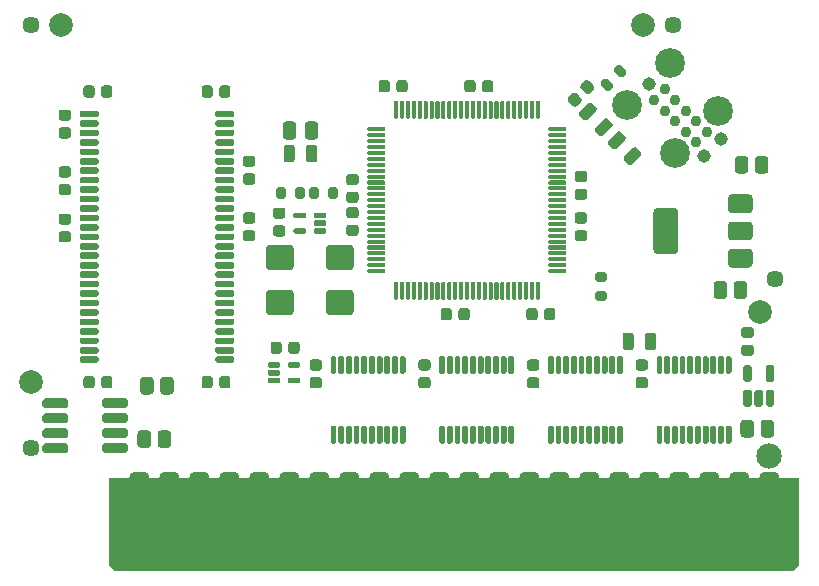
<source format=gts>
G04 #@! TF.GenerationSoftware,KiCad,Pcbnew,(5.1.10-1-10_14)*
G04 #@! TF.CreationDate,2021-05-31T18:25:56-04:00*
G04 #@! TF.ProjectId,RAM2GS,52414d32-4753-42e6-9b69-6361645f7063,2.0*
G04 #@! TF.SameCoordinates,Original*
G04 #@! TF.FileFunction,Soldermask,Top*
G04 #@! TF.FilePolarity,Negative*
%FSLAX46Y46*%
G04 Gerber Fmt 4.6, Leading zero omitted, Abs format (unit mm)*
G04 Created by KiCad (PCBNEW (5.1.10-1-10_14)) date 2021-05-31 18:25:56*
%MOMM*%
%LPD*%
G01*
G04 APERTURE LIST*
%ADD10C,0.100000*%
%ADD11C,1.448000*%
%ADD12C,2.000000*%
%ADD13C,2.524900*%
%ADD14C,0.937400*%
%ADD15C,1.140600*%
%ADD16C,2.150000*%
G04 APERTURE END LIST*
D10*
G36*
X113538000Y-139446000D02*
G01*
X113030000Y-139954000D01*
X55626000Y-139954000D01*
X55118000Y-139446000D01*
X55118000Y-132080000D01*
X113538000Y-132080000D01*
X113538000Y-139446000D01*
G37*
G36*
X113538000Y-139446000D02*
G01*
X113030000Y-139954000D01*
X55626000Y-139954000D01*
X55118000Y-139446000D01*
X55118000Y-132080000D01*
X113538000Y-132080000D01*
X113538000Y-139446000D01*
G37*
G36*
G01*
X94387087Y-100569499D02*
X93980501Y-100162913D01*
G75*
G02*
X93980501Y-99827037I167938J167938D01*
G01*
X94316377Y-99491161D01*
G75*
G02*
X94652253Y-99491161I167938J-167938D01*
G01*
X95058839Y-99897747D01*
G75*
G02*
X95058839Y-100233623I-167938J-167938D01*
G01*
X94722963Y-100569499D01*
G75*
G02*
X94387087Y-100569499I-167938J167938D01*
G01*
G37*
G36*
G01*
X95447747Y-99508839D02*
X95041161Y-99102253D01*
G75*
G02*
X95041161Y-98766377I167938J167938D01*
G01*
X95377037Y-98430501D01*
G75*
G02*
X95712913Y-98430501I167938J-167938D01*
G01*
X96119499Y-98837087D01*
G75*
G02*
X96119499Y-99172963I-167938J-167938D01*
G01*
X95783623Y-99508839D01*
G75*
G02*
X95447747Y-99508839I-167938J167938D01*
G01*
G37*
G36*
G01*
X98312652Y-98146967D02*
X97853033Y-97687348D01*
G75*
G02*
X97853033Y-97404506I141421J141421D01*
G01*
X98135876Y-97121663D01*
G75*
G02*
X98418718Y-97121663I141421J-141421D01*
G01*
X98878337Y-97581282D01*
G75*
G02*
X98878337Y-97864124I-141421J-141421D01*
G01*
X98595494Y-98146967D01*
G75*
G02*
X98312652Y-98146967I-141421J141421D01*
G01*
G37*
G36*
G01*
X97181282Y-99278337D02*
X96721663Y-98818718D01*
G75*
G02*
X96721663Y-98535876I141421J141421D01*
G01*
X97004506Y-98253033D01*
G75*
G02*
X97287348Y-98253033I141421J-141421D01*
G01*
X97746967Y-98712652D01*
G75*
G02*
X97746967Y-98995494I-141421J-141421D01*
G01*
X97464124Y-99278337D01*
G75*
G02*
X97181282Y-99278337I-141421J141421D01*
G01*
G37*
G36*
G01*
X71775000Y-105112500D02*
X71775000Y-104087500D01*
G75*
G02*
X72012500Y-103850000I237500J0D01*
G01*
X72487500Y-103850000D01*
G75*
G02*
X72725000Y-104087500I0J-237500D01*
G01*
X72725000Y-105112500D01*
G75*
G02*
X72487500Y-105350000I-237500J0D01*
G01*
X72012500Y-105350000D01*
G75*
G02*
X71775000Y-105112500I0J237500D01*
G01*
G37*
G36*
G01*
X69875000Y-105112500D02*
X69875000Y-104087500D01*
G75*
G02*
X70112500Y-103850000I237500J0D01*
G01*
X70587500Y-103850000D01*
G75*
G02*
X70825000Y-104087500I0J-237500D01*
G01*
X70825000Y-105112500D01*
G75*
G02*
X70587500Y-105350000I-237500J0D01*
G01*
X70112500Y-105350000D01*
G75*
G02*
X69875000Y-105112500I0J237500D01*
G01*
G37*
G36*
G01*
X70925000Y-102156250D02*
X70925000Y-103143750D01*
G75*
G02*
X70643750Y-103425000I-281250J0D01*
G01*
X70081250Y-103425000D01*
G75*
G02*
X69800000Y-103143750I0J281250D01*
G01*
X69800000Y-102156250D01*
G75*
G02*
X70081250Y-101875000I281250J0D01*
G01*
X70643750Y-101875000D01*
G75*
G02*
X70925000Y-102156250I0J-281250D01*
G01*
G37*
G36*
G01*
X72800000Y-102156250D02*
X72800000Y-103143750D01*
G75*
G02*
X72518750Y-103425000I-281250J0D01*
G01*
X71956250Y-103425000D01*
G75*
G02*
X71675000Y-103143750I0J281250D01*
G01*
X71675000Y-102156250D01*
G75*
G02*
X71956250Y-101875000I281250J0D01*
G01*
X72518750Y-101875000D01*
G75*
G02*
X72800000Y-102156250I0J-281250D01*
G01*
G37*
G36*
G01*
X71650000Y-107625000D02*
X71650000Y-108275000D01*
G75*
G02*
X71450000Y-108475000I-200000J0D01*
G01*
X71050000Y-108475000D01*
G75*
G02*
X70850000Y-108275000I0J200000D01*
G01*
X70850000Y-107625000D01*
G75*
G02*
X71050000Y-107425000I200000J0D01*
G01*
X71450000Y-107425000D01*
G75*
G02*
X71650000Y-107625000I0J-200000D01*
G01*
G37*
G36*
G01*
X70050000Y-107625000D02*
X70050000Y-108275000D01*
G75*
G02*
X69850000Y-108475000I-200000J0D01*
G01*
X69450000Y-108475000D01*
G75*
G02*
X69250000Y-108275000I0J200000D01*
G01*
X69250000Y-107625000D01*
G75*
G02*
X69450000Y-107425000I200000J0D01*
G01*
X69850000Y-107425000D01*
G75*
G02*
X70050000Y-107625000I0J-200000D01*
G01*
G37*
G36*
G01*
X73650000Y-108275000D02*
X73650000Y-107625000D01*
G75*
G02*
X73850000Y-107425000I200000J0D01*
G01*
X74250000Y-107425000D01*
G75*
G02*
X74450000Y-107625000I0J-200000D01*
G01*
X74450000Y-108275000D01*
G75*
G02*
X74250000Y-108475000I-200000J0D01*
G01*
X73850000Y-108475000D01*
G75*
G02*
X73650000Y-108275000I0J200000D01*
G01*
G37*
G36*
G01*
X72050000Y-108275000D02*
X72050000Y-107625000D01*
G75*
G02*
X72250000Y-107425000I200000J0D01*
G01*
X72650000Y-107425000D01*
G75*
G02*
X72850000Y-107625000I0J-200000D01*
G01*
X72850000Y-108275000D01*
G75*
G02*
X72650000Y-108475000I-200000J0D01*
G01*
X72250000Y-108475000D01*
G75*
G02*
X72050000Y-108275000I0J200000D01*
G01*
G37*
G36*
G01*
X54513000Y-125930000D02*
X54513000Y-125530000D01*
G75*
G02*
X54713000Y-125330000I200000J0D01*
G01*
X56513000Y-125330000D01*
G75*
G02*
X56713000Y-125530000I0J-200000D01*
G01*
X56713000Y-125930000D01*
G75*
G02*
X56513000Y-126130000I-200000J0D01*
G01*
X54713000Y-126130000D01*
G75*
G02*
X54513000Y-125930000I0J200000D01*
G01*
G37*
G36*
G01*
X54513000Y-127200000D02*
X54513000Y-126800000D01*
G75*
G02*
X54713000Y-126600000I200000J0D01*
G01*
X56513000Y-126600000D01*
G75*
G02*
X56713000Y-126800000I0J-200000D01*
G01*
X56713000Y-127200000D01*
G75*
G02*
X56513000Y-127400000I-200000J0D01*
G01*
X54713000Y-127400000D01*
G75*
G02*
X54513000Y-127200000I0J200000D01*
G01*
G37*
G36*
G01*
X54513000Y-128470000D02*
X54513000Y-128070000D01*
G75*
G02*
X54713000Y-127870000I200000J0D01*
G01*
X56513000Y-127870000D01*
G75*
G02*
X56713000Y-128070000I0J-200000D01*
G01*
X56713000Y-128470000D01*
G75*
G02*
X56513000Y-128670000I-200000J0D01*
G01*
X54713000Y-128670000D01*
G75*
G02*
X54513000Y-128470000I0J200000D01*
G01*
G37*
G36*
G01*
X54513000Y-129740000D02*
X54513000Y-129340000D01*
G75*
G02*
X54713000Y-129140000I200000J0D01*
G01*
X56513000Y-129140000D01*
G75*
G02*
X56713000Y-129340000I0J-200000D01*
G01*
X56713000Y-129740000D01*
G75*
G02*
X56513000Y-129940000I-200000J0D01*
G01*
X54713000Y-129940000D01*
G75*
G02*
X54513000Y-129740000I0J200000D01*
G01*
G37*
G36*
G01*
X49459000Y-129740000D02*
X49459000Y-129340000D01*
G75*
G02*
X49659000Y-129140000I200000J0D01*
G01*
X51459000Y-129140000D01*
G75*
G02*
X51659000Y-129340000I0J-200000D01*
G01*
X51659000Y-129740000D01*
G75*
G02*
X51459000Y-129940000I-200000J0D01*
G01*
X49659000Y-129940000D01*
G75*
G02*
X49459000Y-129740000I0J200000D01*
G01*
G37*
G36*
G01*
X49459000Y-128470000D02*
X49459000Y-128070000D01*
G75*
G02*
X49659000Y-127870000I200000J0D01*
G01*
X51459000Y-127870000D01*
G75*
G02*
X51659000Y-128070000I0J-200000D01*
G01*
X51659000Y-128470000D01*
G75*
G02*
X51459000Y-128670000I-200000J0D01*
G01*
X49659000Y-128670000D01*
G75*
G02*
X49459000Y-128470000I0J200000D01*
G01*
G37*
G36*
G01*
X49459000Y-127200000D02*
X49459000Y-126800000D01*
G75*
G02*
X49659000Y-126600000I200000J0D01*
G01*
X51459000Y-126600000D01*
G75*
G02*
X51659000Y-126800000I0J-200000D01*
G01*
X51659000Y-127200000D01*
G75*
G02*
X51459000Y-127400000I-200000J0D01*
G01*
X49659000Y-127400000D01*
G75*
G02*
X49459000Y-127200000I0J200000D01*
G01*
G37*
G36*
G01*
X49459000Y-125930000D02*
X49459000Y-125530000D01*
G75*
G02*
X49659000Y-125330000I200000J0D01*
G01*
X51459000Y-125330000D01*
G75*
G02*
X51659000Y-125530000I0J-200000D01*
G01*
X51659000Y-125930000D01*
G75*
G02*
X51459000Y-126130000I-200000J0D01*
G01*
X49659000Y-126130000D01*
G75*
G02*
X49459000Y-125930000I0J200000D01*
G01*
G37*
G36*
G01*
X79487000Y-116974000D02*
X79313000Y-116974000D01*
G75*
G02*
X79226000Y-116887000I0J87000D01*
G01*
X79226000Y-115538000D01*
G75*
G02*
X79313000Y-115451000I87000J0D01*
G01*
X79487000Y-115451000D01*
G75*
G02*
X79574000Y-115538000I0J-87000D01*
G01*
X79574000Y-116887000D01*
G75*
G02*
X79487000Y-116974000I-87000J0D01*
G01*
G37*
G36*
G01*
X79987000Y-116974000D02*
X79813000Y-116974000D01*
G75*
G02*
X79726000Y-116887000I0J87000D01*
G01*
X79726000Y-115538000D01*
G75*
G02*
X79813000Y-115451000I87000J0D01*
G01*
X79987000Y-115451000D01*
G75*
G02*
X80074000Y-115538000I0J-87000D01*
G01*
X80074000Y-116887000D01*
G75*
G02*
X79987000Y-116974000I-87000J0D01*
G01*
G37*
G36*
G01*
X80487000Y-116974000D02*
X80313000Y-116974000D01*
G75*
G02*
X80226000Y-116887000I0J87000D01*
G01*
X80226000Y-115538000D01*
G75*
G02*
X80313000Y-115451000I87000J0D01*
G01*
X80487000Y-115451000D01*
G75*
G02*
X80574000Y-115538000I0J-87000D01*
G01*
X80574000Y-116887000D01*
G75*
G02*
X80487000Y-116974000I-87000J0D01*
G01*
G37*
G36*
G01*
X80987000Y-116974000D02*
X80813000Y-116974000D01*
G75*
G02*
X80726000Y-116887000I0J87000D01*
G01*
X80726000Y-115538000D01*
G75*
G02*
X80813000Y-115451000I87000J0D01*
G01*
X80987000Y-115451000D01*
G75*
G02*
X81074000Y-115538000I0J-87000D01*
G01*
X81074000Y-116887000D01*
G75*
G02*
X80987000Y-116974000I-87000J0D01*
G01*
G37*
G36*
G01*
X81487000Y-116974000D02*
X81313000Y-116974000D01*
G75*
G02*
X81226000Y-116887000I0J87000D01*
G01*
X81226000Y-115538000D01*
G75*
G02*
X81313000Y-115451000I87000J0D01*
G01*
X81487000Y-115451000D01*
G75*
G02*
X81574000Y-115538000I0J-87000D01*
G01*
X81574000Y-116887000D01*
G75*
G02*
X81487000Y-116974000I-87000J0D01*
G01*
G37*
G36*
G01*
X81987000Y-116974000D02*
X81813000Y-116974000D01*
G75*
G02*
X81726000Y-116887000I0J87000D01*
G01*
X81726000Y-115538000D01*
G75*
G02*
X81813000Y-115451000I87000J0D01*
G01*
X81987000Y-115451000D01*
G75*
G02*
X82074000Y-115538000I0J-87000D01*
G01*
X82074000Y-116887000D01*
G75*
G02*
X81987000Y-116974000I-87000J0D01*
G01*
G37*
G36*
G01*
X82487000Y-116974000D02*
X82313000Y-116974000D01*
G75*
G02*
X82226000Y-116887000I0J87000D01*
G01*
X82226000Y-115538000D01*
G75*
G02*
X82313000Y-115451000I87000J0D01*
G01*
X82487000Y-115451000D01*
G75*
G02*
X82574000Y-115538000I0J-87000D01*
G01*
X82574000Y-116887000D01*
G75*
G02*
X82487000Y-116974000I-87000J0D01*
G01*
G37*
G36*
G01*
X82987000Y-116974000D02*
X82813000Y-116974000D01*
G75*
G02*
X82726000Y-116887000I0J87000D01*
G01*
X82726000Y-115538000D01*
G75*
G02*
X82813000Y-115451000I87000J0D01*
G01*
X82987000Y-115451000D01*
G75*
G02*
X83074000Y-115538000I0J-87000D01*
G01*
X83074000Y-116887000D01*
G75*
G02*
X82987000Y-116974000I-87000J0D01*
G01*
G37*
G36*
G01*
X83487000Y-116974000D02*
X83313000Y-116974000D01*
G75*
G02*
X83226000Y-116887000I0J87000D01*
G01*
X83226000Y-115538000D01*
G75*
G02*
X83313000Y-115451000I87000J0D01*
G01*
X83487000Y-115451000D01*
G75*
G02*
X83574000Y-115538000I0J-87000D01*
G01*
X83574000Y-116887000D01*
G75*
G02*
X83487000Y-116974000I-87000J0D01*
G01*
G37*
G36*
G01*
X83987000Y-116974000D02*
X83813000Y-116974000D01*
G75*
G02*
X83726000Y-116887000I0J87000D01*
G01*
X83726000Y-115538000D01*
G75*
G02*
X83813000Y-115451000I87000J0D01*
G01*
X83987000Y-115451000D01*
G75*
G02*
X84074000Y-115538000I0J-87000D01*
G01*
X84074000Y-116887000D01*
G75*
G02*
X83987000Y-116974000I-87000J0D01*
G01*
G37*
G36*
G01*
X84487000Y-116974000D02*
X84313000Y-116974000D01*
G75*
G02*
X84226000Y-116887000I0J87000D01*
G01*
X84226000Y-115538000D01*
G75*
G02*
X84313000Y-115451000I87000J0D01*
G01*
X84487000Y-115451000D01*
G75*
G02*
X84574000Y-115538000I0J-87000D01*
G01*
X84574000Y-116887000D01*
G75*
G02*
X84487000Y-116974000I-87000J0D01*
G01*
G37*
G36*
G01*
X84987000Y-116974000D02*
X84813000Y-116974000D01*
G75*
G02*
X84726000Y-116887000I0J87000D01*
G01*
X84726000Y-115538000D01*
G75*
G02*
X84813000Y-115451000I87000J0D01*
G01*
X84987000Y-115451000D01*
G75*
G02*
X85074000Y-115538000I0J-87000D01*
G01*
X85074000Y-116887000D01*
G75*
G02*
X84987000Y-116974000I-87000J0D01*
G01*
G37*
G36*
G01*
X85487000Y-116974000D02*
X85313000Y-116974000D01*
G75*
G02*
X85226000Y-116887000I0J87000D01*
G01*
X85226000Y-115538000D01*
G75*
G02*
X85313000Y-115451000I87000J0D01*
G01*
X85487000Y-115451000D01*
G75*
G02*
X85574000Y-115538000I0J-87000D01*
G01*
X85574000Y-116887000D01*
G75*
G02*
X85487000Y-116974000I-87000J0D01*
G01*
G37*
G36*
G01*
X85987000Y-116974000D02*
X85813000Y-116974000D01*
G75*
G02*
X85726000Y-116887000I0J87000D01*
G01*
X85726000Y-115538000D01*
G75*
G02*
X85813000Y-115451000I87000J0D01*
G01*
X85987000Y-115451000D01*
G75*
G02*
X86074000Y-115538000I0J-87000D01*
G01*
X86074000Y-116887000D01*
G75*
G02*
X85987000Y-116974000I-87000J0D01*
G01*
G37*
G36*
G01*
X86487000Y-116974000D02*
X86313000Y-116974000D01*
G75*
G02*
X86226000Y-116887000I0J87000D01*
G01*
X86226000Y-115538000D01*
G75*
G02*
X86313000Y-115451000I87000J0D01*
G01*
X86487000Y-115451000D01*
G75*
G02*
X86574000Y-115538000I0J-87000D01*
G01*
X86574000Y-116887000D01*
G75*
G02*
X86487000Y-116974000I-87000J0D01*
G01*
G37*
G36*
G01*
X86987000Y-116974000D02*
X86813000Y-116974000D01*
G75*
G02*
X86726000Y-116887000I0J87000D01*
G01*
X86726000Y-115538000D01*
G75*
G02*
X86813000Y-115451000I87000J0D01*
G01*
X86987000Y-115451000D01*
G75*
G02*
X87074000Y-115538000I0J-87000D01*
G01*
X87074000Y-116887000D01*
G75*
G02*
X86987000Y-116974000I-87000J0D01*
G01*
G37*
G36*
G01*
X87487000Y-116974000D02*
X87313000Y-116974000D01*
G75*
G02*
X87226000Y-116887000I0J87000D01*
G01*
X87226000Y-115538000D01*
G75*
G02*
X87313000Y-115451000I87000J0D01*
G01*
X87487000Y-115451000D01*
G75*
G02*
X87574000Y-115538000I0J-87000D01*
G01*
X87574000Y-116887000D01*
G75*
G02*
X87487000Y-116974000I-87000J0D01*
G01*
G37*
G36*
G01*
X87987000Y-116974000D02*
X87813000Y-116974000D01*
G75*
G02*
X87726000Y-116887000I0J87000D01*
G01*
X87726000Y-115538000D01*
G75*
G02*
X87813000Y-115451000I87000J0D01*
G01*
X87987000Y-115451000D01*
G75*
G02*
X88074000Y-115538000I0J-87000D01*
G01*
X88074000Y-116887000D01*
G75*
G02*
X87987000Y-116974000I-87000J0D01*
G01*
G37*
G36*
G01*
X88487000Y-116974000D02*
X88313000Y-116974000D01*
G75*
G02*
X88226000Y-116887000I0J87000D01*
G01*
X88226000Y-115538000D01*
G75*
G02*
X88313000Y-115451000I87000J0D01*
G01*
X88487000Y-115451000D01*
G75*
G02*
X88574000Y-115538000I0J-87000D01*
G01*
X88574000Y-116887000D01*
G75*
G02*
X88487000Y-116974000I-87000J0D01*
G01*
G37*
G36*
G01*
X88987000Y-116974000D02*
X88813000Y-116974000D01*
G75*
G02*
X88726000Y-116887000I0J87000D01*
G01*
X88726000Y-115538000D01*
G75*
G02*
X88813000Y-115451000I87000J0D01*
G01*
X88987000Y-115451000D01*
G75*
G02*
X89074000Y-115538000I0J-87000D01*
G01*
X89074000Y-116887000D01*
G75*
G02*
X88987000Y-116974000I-87000J0D01*
G01*
G37*
G36*
G01*
X89487000Y-116974000D02*
X89313000Y-116974000D01*
G75*
G02*
X89226000Y-116887000I0J87000D01*
G01*
X89226000Y-115538000D01*
G75*
G02*
X89313000Y-115451000I87000J0D01*
G01*
X89487000Y-115451000D01*
G75*
G02*
X89574000Y-115538000I0J-87000D01*
G01*
X89574000Y-116887000D01*
G75*
G02*
X89487000Y-116974000I-87000J0D01*
G01*
G37*
G36*
G01*
X89987000Y-116974000D02*
X89813000Y-116974000D01*
G75*
G02*
X89726000Y-116887000I0J87000D01*
G01*
X89726000Y-115538000D01*
G75*
G02*
X89813000Y-115451000I87000J0D01*
G01*
X89987000Y-115451000D01*
G75*
G02*
X90074000Y-115538000I0J-87000D01*
G01*
X90074000Y-116887000D01*
G75*
G02*
X89987000Y-116974000I-87000J0D01*
G01*
G37*
G36*
G01*
X90487000Y-116974000D02*
X90313000Y-116974000D01*
G75*
G02*
X90226000Y-116887000I0J87000D01*
G01*
X90226000Y-115538000D01*
G75*
G02*
X90313000Y-115451000I87000J0D01*
G01*
X90487000Y-115451000D01*
G75*
G02*
X90574000Y-115538000I0J-87000D01*
G01*
X90574000Y-116887000D01*
G75*
G02*
X90487000Y-116974000I-87000J0D01*
G01*
G37*
G36*
G01*
X90987000Y-116974000D02*
X90813000Y-116974000D01*
G75*
G02*
X90726000Y-116887000I0J87000D01*
G01*
X90726000Y-115538000D01*
G75*
G02*
X90813000Y-115451000I87000J0D01*
G01*
X90987000Y-115451000D01*
G75*
G02*
X91074000Y-115538000I0J-87000D01*
G01*
X91074000Y-116887000D01*
G75*
G02*
X90987000Y-116974000I-87000J0D01*
G01*
G37*
G36*
G01*
X91487000Y-116974000D02*
X91313000Y-116974000D01*
G75*
G02*
X91226000Y-116887000I0J87000D01*
G01*
X91226000Y-115538000D01*
G75*
G02*
X91313000Y-115451000I87000J0D01*
G01*
X91487000Y-115451000D01*
G75*
G02*
X91574000Y-115538000I0J-87000D01*
G01*
X91574000Y-116887000D01*
G75*
G02*
X91487000Y-116974000I-87000J0D01*
G01*
G37*
G36*
G01*
X93737000Y-114724000D02*
X92388000Y-114724000D01*
G75*
G02*
X92301000Y-114637000I0J87000D01*
G01*
X92301000Y-114463000D01*
G75*
G02*
X92388000Y-114376000I87000J0D01*
G01*
X93737000Y-114376000D01*
G75*
G02*
X93824000Y-114463000I0J-87000D01*
G01*
X93824000Y-114637000D01*
G75*
G02*
X93737000Y-114724000I-87000J0D01*
G01*
G37*
G36*
G01*
X93737000Y-114224000D02*
X92388000Y-114224000D01*
G75*
G02*
X92301000Y-114137000I0J87000D01*
G01*
X92301000Y-113963000D01*
G75*
G02*
X92388000Y-113876000I87000J0D01*
G01*
X93737000Y-113876000D01*
G75*
G02*
X93824000Y-113963000I0J-87000D01*
G01*
X93824000Y-114137000D01*
G75*
G02*
X93737000Y-114224000I-87000J0D01*
G01*
G37*
G36*
G01*
X93737000Y-113724000D02*
X92388000Y-113724000D01*
G75*
G02*
X92301000Y-113637000I0J87000D01*
G01*
X92301000Y-113463000D01*
G75*
G02*
X92388000Y-113376000I87000J0D01*
G01*
X93737000Y-113376000D01*
G75*
G02*
X93824000Y-113463000I0J-87000D01*
G01*
X93824000Y-113637000D01*
G75*
G02*
X93737000Y-113724000I-87000J0D01*
G01*
G37*
G36*
G01*
X93737000Y-113224000D02*
X92388000Y-113224000D01*
G75*
G02*
X92301000Y-113137000I0J87000D01*
G01*
X92301000Y-112963000D01*
G75*
G02*
X92388000Y-112876000I87000J0D01*
G01*
X93737000Y-112876000D01*
G75*
G02*
X93824000Y-112963000I0J-87000D01*
G01*
X93824000Y-113137000D01*
G75*
G02*
X93737000Y-113224000I-87000J0D01*
G01*
G37*
G36*
G01*
X93737000Y-112724000D02*
X92388000Y-112724000D01*
G75*
G02*
X92301000Y-112637000I0J87000D01*
G01*
X92301000Y-112463000D01*
G75*
G02*
X92388000Y-112376000I87000J0D01*
G01*
X93737000Y-112376000D01*
G75*
G02*
X93824000Y-112463000I0J-87000D01*
G01*
X93824000Y-112637000D01*
G75*
G02*
X93737000Y-112724000I-87000J0D01*
G01*
G37*
G36*
G01*
X93737000Y-112224000D02*
X92388000Y-112224000D01*
G75*
G02*
X92301000Y-112137000I0J87000D01*
G01*
X92301000Y-111963000D01*
G75*
G02*
X92388000Y-111876000I87000J0D01*
G01*
X93737000Y-111876000D01*
G75*
G02*
X93824000Y-111963000I0J-87000D01*
G01*
X93824000Y-112137000D01*
G75*
G02*
X93737000Y-112224000I-87000J0D01*
G01*
G37*
G36*
G01*
X93737000Y-111724000D02*
X92388000Y-111724000D01*
G75*
G02*
X92301000Y-111637000I0J87000D01*
G01*
X92301000Y-111463000D01*
G75*
G02*
X92388000Y-111376000I87000J0D01*
G01*
X93737000Y-111376000D01*
G75*
G02*
X93824000Y-111463000I0J-87000D01*
G01*
X93824000Y-111637000D01*
G75*
G02*
X93737000Y-111724000I-87000J0D01*
G01*
G37*
G36*
G01*
X93737000Y-111224000D02*
X92388000Y-111224000D01*
G75*
G02*
X92301000Y-111137000I0J87000D01*
G01*
X92301000Y-110963000D01*
G75*
G02*
X92388000Y-110876000I87000J0D01*
G01*
X93737000Y-110876000D01*
G75*
G02*
X93824000Y-110963000I0J-87000D01*
G01*
X93824000Y-111137000D01*
G75*
G02*
X93737000Y-111224000I-87000J0D01*
G01*
G37*
G36*
G01*
X93737000Y-110724000D02*
X92388000Y-110724000D01*
G75*
G02*
X92301000Y-110637000I0J87000D01*
G01*
X92301000Y-110463000D01*
G75*
G02*
X92388000Y-110376000I87000J0D01*
G01*
X93737000Y-110376000D01*
G75*
G02*
X93824000Y-110463000I0J-87000D01*
G01*
X93824000Y-110637000D01*
G75*
G02*
X93737000Y-110724000I-87000J0D01*
G01*
G37*
G36*
G01*
X93737000Y-110224000D02*
X92388000Y-110224000D01*
G75*
G02*
X92301000Y-110137000I0J87000D01*
G01*
X92301000Y-109963000D01*
G75*
G02*
X92388000Y-109876000I87000J0D01*
G01*
X93737000Y-109876000D01*
G75*
G02*
X93824000Y-109963000I0J-87000D01*
G01*
X93824000Y-110137000D01*
G75*
G02*
X93737000Y-110224000I-87000J0D01*
G01*
G37*
G36*
G01*
X93737000Y-109724000D02*
X92388000Y-109724000D01*
G75*
G02*
X92301000Y-109637000I0J87000D01*
G01*
X92301000Y-109463000D01*
G75*
G02*
X92388000Y-109376000I87000J0D01*
G01*
X93737000Y-109376000D01*
G75*
G02*
X93824000Y-109463000I0J-87000D01*
G01*
X93824000Y-109637000D01*
G75*
G02*
X93737000Y-109724000I-87000J0D01*
G01*
G37*
G36*
G01*
X93737000Y-109224000D02*
X92388000Y-109224000D01*
G75*
G02*
X92301000Y-109137000I0J87000D01*
G01*
X92301000Y-108963000D01*
G75*
G02*
X92388000Y-108876000I87000J0D01*
G01*
X93737000Y-108876000D01*
G75*
G02*
X93824000Y-108963000I0J-87000D01*
G01*
X93824000Y-109137000D01*
G75*
G02*
X93737000Y-109224000I-87000J0D01*
G01*
G37*
G36*
G01*
X93737000Y-108724000D02*
X92388000Y-108724000D01*
G75*
G02*
X92301000Y-108637000I0J87000D01*
G01*
X92301000Y-108463000D01*
G75*
G02*
X92388000Y-108376000I87000J0D01*
G01*
X93737000Y-108376000D01*
G75*
G02*
X93824000Y-108463000I0J-87000D01*
G01*
X93824000Y-108637000D01*
G75*
G02*
X93737000Y-108724000I-87000J0D01*
G01*
G37*
G36*
G01*
X93737000Y-108224000D02*
X92388000Y-108224000D01*
G75*
G02*
X92301000Y-108137000I0J87000D01*
G01*
X92301000Y-107963000D01*
G75*
G02*
X92388000Y-107876000I87000J0D01*
G01*
X93737000Y-107876000D01*
G75*
G02*
X93824000Y-107963000I0J-87000D01*
G01*
X93824000Y-108137000D01*
G75*
G02*
X93737000Y-108224000I-87000J0D01*
G01*
G37*
G36*
G01*
X93737000Y-107724000D02*
X92388000Y-107724000D01*
G75*
G02*
X92301000Y-107637000I0J87000D01*
G01*
X92301000Y-107463000D01*
G75*
G02*
X92388000Y-107376000I87000J0D01*
G01*
X93737000Y-107376000D01*
G75*
G02*
X93824000Y-107463000I0J-87000D01*
G01*
X93824000Y-107637000D01*
G75*
G02*
X93737000Y-107724000I-87000J0D01*
G01*
G37*
G36*
G01*
X93737000Y-107224000D02*
X92388000Y-107224000D01*
G75*
G02*
X92301000Y-107137000I0J87000D01*
G01*
X92301000Y-106963000D01*
G75*
G02*
X92388000Y-106876000I87000J0D01*
G01*
X93737000Y-106876000D01*
G75*
G02*
X93824000Y-106963000I0J-87000D01*
G01*
X93824000Y-107137000D01*
G75*
G02*
X93737000Y-107224000I-87000J0D01*
G01*
G37*
G36*
G01*
X93737000Y-106724000D02*
X92388000Y-106724000D01*
G75*
G02*
X92301000Y-106637000I0J87000D01*
G01*
X92301000Y-106463000D01*
G75*
G02*
X92388000Y-106376000I87000J0D01*
G01*
X93737000Y-106376000D01*
G75*
G02*
X93824000Y-106463000I0J-87000D01*
G01*
X93824000Y-106637000D01*
G75*
G02*
X93737000Y-106724000I-87000J0D01*
G01*
G37*
G36*
G01*
X93737000Y-106224000D02*
X92388000Y-106224000D01*
G75*
G02*
X92301000Y-106137000I0J87000D01*
G01*
X92301000Y-105963000D01*
G75*
G02*
X92388000Y-105876000I87000J0D01*
G01*
X93737000Y-105876000D01*
G75*
G02*
X93824000Y-105963000I0J-87000D01*
G01*
X93824000Y-106137000D01*
G75*
G02*
X93737000Y-106224000I-87000J0D01*
G01*
G37*
G36*
G01*
X93737000Y-105724000D02*
X92388000Y-105724000D01*
G75*
G02*
X92301000Y-105637000I0J87000D01*
G01*
X92301000Y-105463000D01*
G75*
G02*
X92388000Y-105376000I87000J0D01*
G01*
X93737000Y-105376000D01*
G75*
G02*
X93824000Y-105463000I0J-87000D01*
G01*
X93824000Y-105637000D01*
G75*
G02*
X93737000Y-105724000I-87000J0D01*
G01*
G37*
G36*
G01*
X93737000Y-105224000D02*
X92388000Y-105224000D01*
G75*
G02*
X92301000Y-105137000I0J87000D01*
G01*
X92301000Y-104963000D01*
G75*
G02*
X92388000Y-104876000I87000J0D01*
G01*
X93737000Y-104876000D01*
G75*
G02*
X93824000Y-104963000I0J-87000D01*
G01*
X93824000Y-105137000D01*
G75*
G02*
X93737000Y-105224000I-87000J0D01*
G01*
G37*
G36*
G01*
X93737000Y-104724000D02*
X92388000Y-104724000D01*
G75*
G02*
X92301000Y-104637000I0J87000D01*
G01*
X92301000Y-104463000D01*
G75*
G02*
X92388000Y-104376000I87000J0D01*
G01*
X93737000Y-104376000D01*
G75*
G02*
X93824000Y-104463000I0J-87000D01*
G01*
X93824000Y-104637000D01*
G75*
G02*
X93737000Y-104724000I-87000J0D01*
G01*
G37*
G36*
G01*
X93737000Y-104224000D02*
X92388000Y-104224000D01*
G75*
G02*
X92301000Y-104137000I0J87000D01*
G01*
X92301000Y-103963000D01*
G75*
G02*
X92388000Y-103876000I87000J0D01*
G01*
X93737000Y-103876000D01*
G75*
G02*
X93824000Y-103963000I0J-87000D01*
G01*
X93824000Y-104137000D01*
G75*
G02*
X93737000Y-104224000I-87000J0D01*
G01*
G37*
G36*
G01*
X93737000Y-103724000D02*
X92388000Y-103724000D01*
G75*
G02*
X92301000Y-103637000I0J87000D01*
G01*
X92301000Y-103463000D01*
G75*
G02*
X92388000Y-103376000I87000J0D01*
G01*
X93737000Y-103376000D01*
G75*
G02*
X93824000Y-103463000I0J-87000D01*
G01*
X93824000Y-103637000D01*
G75*
G02*
X93737000Y-103724000I-87000J0D01*
G01*
G37*
G36*
G01*
X93737000Y-103224000D02*
X92388000Y-103224000D01*
G75*
G02*
X92301000Y-103137000I0J87000D01*
G01*
X92301000Y-102963000D01*
G75*
G02*
X92388000Y-102876000I87000J0D01*
G01*
X93737000Y-102876000D01*
G75*
G02*
X93824000Y-102963000I0J-87000D01*
G01*
X93824000Y-103137000D01*
G75*
G02*
X93737000Y-103224000I-87000J0D01*
G01*
G37*
G36*
G01*
X93737000Y-102724000D02*
X92388000Y-102724000D01*
G75*
G02*
X92301000Y-102637000I0J87000D01*
G01*
X92301000Y-102463000D01*
G75*
G02*
X92388000Y-102376000I87000J0D01*
G01*
X93737000Y-102376000D01*
G75*
G02*
X93824000Y-102463000I0J-87000D01*
G01*
X93824000Y-102637000D01*
G75*
G02*
X93737000Y-102724000I-87000J0D01*
G01*
G37*
G36*
G01*
X91487000Y-101649000D02*
X91313000Y-101649000D01*
G75*
G02*
X91226000Y-101562000I0J87000D01*
G01*
X91226000Y-100213000D01*
G75*
G02*
X91313000Y-100126000I87000J0D01*
G01*
X91487000Y-100126000D01*
G75*
G02*
X91574000Y-100213000I0J-87000D01*
G01*
X91574000Y-101562000D01*
G75*
G02*
X91487000Y-101649000I-87000J0D01*
G01*
G37*
G36*
G01*
X90987000Y-101649000D02*
X90813000Y-101649000D01*
G75*
G02*
X90726000Y-101562000I0J87000D01*
G01*
X90726000Y-100213000D01*
G75*
G02*
X90813000Y-100126000I87000J0D01*
G01*
X90987000Y-100126000D01*
G75*
G02*
X91074000Y-100213000I0J-87000D01*
G01*
X91074000Y-101562000D01*
G75*
G02*
X90987000Y-101649000I-87000J0D01*
G01*
G37*
G36*
G01*
X90487000Y-101649000D02*
X90313000Y-101649000D01*
G75*
G02*
X90226000Y-101562000I0J87000D01*
G01*
X90226000Y-100213000D01*
G75*
G02*
X90313000Y-100126000I87000J0D01*
G01*
X90487000Y-100126000D01*
G75*
G02*
X90574000Y-100213000I0J-87000D01*
G01*
X90574000Y-101562000D01*
G75*
G02*
X90487000Y-101649000I-87000J0D01*
G01*
G37*
G36*
G01*
X89987000Y-101649000D02*
X89813000Y-101649000D01*
G75*
G02*
X89726000Y-101562000I0J87000D01*
G01*
X89726000Y-100213000D01*
G75*
G02*
X89813000Y-100126000I87000J0D01*
G01*
X89987000Y-100126000D01*
G75*
G02*
X90074000Y-100213000I0J-87000D01*
G01*
X90074000Y-101562000D01*
G75*
G02*
X89987000Y-101649000I-87000J0D01*
G01*
G37*
G36*
G01*
X89487000Y-101649000D02*
X89313000Y-101649000D01*
G75*
G02*
X89226000Y-101562000I0J87000D01*
G01*
X89226000Y-100213000D01*
G75*
G02*
X89313000Y-100126000I87000J0D01*
G01*
X89487000Y-100126000D01*
G75*
G02*
X89574000Y-100213000I0J-87000D01*
G01*
X89574000Y-101562000D01*
G75*
G02*
X89487000Y-101649000I-87000J0D01*
G01*
G37*
G36*
G01*
X88987000Y-101649000D02*
X88813000Y-101649000D01*
G75*
G02*
X88726000Y-101562000I0J87000D01*
G01*
X88726000Y-100213000D01*
G75*
G02*
X88813000Y-100126000I87000J0D01*
G01*
X88987000Y-100126000D01*
G75*
G02*
X89074000Y-100213000I0J-87000D01*
G01*
X89074000Y-101562000D01*
G75*
G02*
X88987000Y-101649000I-87000J0D01*
G01*
G37*
G36*
G01*
X88487000Y-101649000D02*
X88313000Y-101649000D01*
G75*
G02*
X88226000Y-101562000I0J87000D01*
G01*
X88226000Y-100213000D01*
G75*
G02*
X88313000Y-100126000I87000J0D01*
G01*
X88487000Y-100126000D01*
G75*
G02*
X88574000Y-100213000I0J-87000D01*
G01*
X88574000Y-101562000D01*
G75*
G02*
X88487000Y-101649000I-87000J0D01*
G01*
G37*
G36*
G01*
X87987000Y-101649000D02*
X87813000Y-101649000D01*
G75*
G02*
X87726000Y-101562000I0J87000D01*
G01*
X87726000Y-100213000D01*
G75*
G02*
X87813000Y-100126000I87000J0D01*
G01*
X87987000Y-100126000D01*
G75*
G02*
X88074000Y-100213000I0J-87000D01*
G01*
X88074000Y-101562000D01*
G75*
G02*
X87987000Y-101649000I-87000J0D01*
G01*
G37*
G36*
G01*
X87487000Y-101649000D02*
X87313000Y-101649000D01*
G75*
G02*
X87226000Y-101562000I0J87000D01*
G01*
X87226000Y-100213000D01*
G75*
G02*
X87313000Y-100126000I87000J0D01*
G01*
X87487000Y-100126000D01*
G75*
G02*
X87574000Y-100213000I0J-87000D01*
G01*
X87574000Y-101562000D01*
G75*
G02*
X87487000Y-101649000I-87000J0D01*
G01*
G37*
G36*
G01*
X86987000Y-101649000D02*
X86813000Y-101649000D01*
G75*
G02*
X86726000Y-101562000I0J87000D01*
G01*
X86726000Y-100213000D01*
G75*
G02*
X86813000Y-100126000I87000J0D01*
G01*
X86987000Y-100126000D01*
G75*
G02*
X87074000Y-100213000I0J-87000D01*
G01*
X87074000Y-101562000D01*
G75*
G02*
X86987000Y-101649000I-87000J0D01*
G01*
G37*
G36*
G01*
X86487000Y-101649000D02*
X86313000Y-101649000D01*
G75*
G02*
X86226000Y-101562000I0J87000D01*
G01*
X86226000Y-100213000D01*
G75*
G02*
X86313000Y-100126000I87000J0D01*
G01*
X86487000Y-100126000D01*
G75*
G02*
X86574000Y-100213000I0J-87000D01*
G01*
X86574000Y-101562000D01*
G75*
G02*
X86487000Y-101649000I-87000J0D01*
G01*
G37*
G36*
G01*
X85987000Y-101649000D02*
X85813000Y-101649000D01*
G75*
G02*
X85726000Y-101562000I0J87000D01*
G01*
X85726000Y-100213000D01*
G75*
G02*
X85813000Y-100126000I87000J0D01*
G01*
X85987000Y-100126000D01*
G75*
G02*
X86074000Y-100213000I0J-87000D01*
G01*
X86074000Y-101562000D01*
G75*
G02*
X85987000Y-101649000I-87000J0D01*
G01*
G37*
G36*
G01*
X85487000Y-101649000D02*
X85313000Y-101649000D01*
G75*
G02*
X85226000Y-101562000I0J87000D01*
G01*
X85226000Y-100213000D01*
G75*
G02*
X85313000Y-100126000I87000J0D01*
G01*
X85487000Y-100126000D01*
G75*
G02*
X85574000Y-100213000I0J-87000D01*
G01*
X85574000Y-101562000D01*
G75*
G02*
X85487000Y-101649000I-87000J0D01*
G01*
G37*
G36*
G01*
X84987000Y-101649000D02*
X84813000Y-101649000D01*
G75*
G02*
X84726000Y-101562000I0J87000D01*
G01*
X84726000Y-100213000D01*
G75*
G02*
X84813000Y-100126000I87000J0D01*
G01*
X84987000Y-100126000D01*
G75*
G02*
X85074000Y-100213000I0J-87000D01*
G01*
X85074000Y-101562000D01*
G75*
G02*
X84987000Y-101649000I-87000J0D01*
G01*
G37*
G36*
G01*
X84487000Y-101649000D02*
X84313000Y-101649000D01*
G75*
G02*
X84226000Y-101562000I0J87000D01*
G01*
X84226000Y-100213000D01*
G75*
G02*
X84313000Y-100126000I87000J0D01*
G01*
X84487000Y-100126000D01*
G75*
G02*
X84574000Y-100213000I0J-87000D01*
G01*
X84574000Y-101562000D01*
G75*
G02*
X84487000Y-101649000I-87000J0D01*
G01*
G37*
G36*
G01*
X83987000Y-101649000D02*
X83813000Y-101649000D01*
G75*
G02*
X83726000Y-101562000I0J87000D01*
G01*
X83726000Y-100213000D01*
G75*
G02*
X83813000Y-100126000I87000J0D01*
G01*
X83987000Y-100126000D01*
G75*
G02*
X84074000Y-100213000I0J-87000D01*
G01*
X84074000Y-101562000D01*
G75*
G02*
X83987000Y-101649000I-87000J0D01*
G01*
G37*
G36*
G01*
X83487000Y-101649000D02*
X83313000Y-101649000D01*
G75*
G02*
X83226000Y-101562000I0J87000D01*
G01*
X83226000Y-100213000D01*
G75*
G02*
X83313000Y-100126000I87000J0D01*
G01*
X83487000Y-100126000D01*
G75*
G02*
X83574000Y-100213000I0J-87000D01*
G01*
X83574000Y-101562000D01*
G75*
G02*
X83487000Y-101649000I-87000J0D01*
G01*
G37*
G36*
G01*
X82987000Y-101649000D02*
X82813000Y-101649000D01*
G75*
G02*
X82726000Y-101562000I0J87000D01*
G01*
X82726000Y-100213000D01*
G75*
G02*
X82813000Y-100126000I87000J0D01*
G01*
X82987000Y-100126000D01*
G75*
G02*
X83074000Y-100213000I0J-87000D01*
G01*
X83074000Y-101562000D01*
G75*
G02*
X82987000Y-101649000I-87000J0D01*
G01*
G37*
G36*
G01*
X82487000Y-101649000D02*
X82313000Y-101649000D01*
G75*
G02*
X82226000Y-101562000I0J87000D01*
G01*
X82226000Y-100213000D01*
G75*
G02*
X82313000Y-100126000I87000J0D01*
G01*
X82487000Y-100126000D01*
G75*
G02*
X82574000Y-100213000I0J-87000D01*
G01*
X82574000Y-101562000D01*
G75*
G02*
X82487000Y-101649000I-87000J0D01*
G01*
G37*
G36*
G01*
X81987000Y-101649000D02*
X81813000Y-101649000D01*
G75*
G02*
X81726000Y-101562000I0J87000D01*
G01*
X81726000Y-100213000D01*
G75*
G02*
X81813000Y-100126000I87000J0D01*
G01*
X81987000Y-100126000D01*
G75*
G02*
X82074000Y-100213000I0J-87000D01*
G01*
X82074000Y-101562000D01*
G75*
G02*
X81987000Y-101649000I-87000J0D01*
G01*
G37*
G36*
G01*
X81487000Y-101649000D02*
X81313000Y-101649000D01*
G75*
G02*
X81226000Y-101562000I0J87000D01*
G01*
X81226000Y-100213000D01*
G75*
G02*
X81313000Y-100126000I87000J0D01*
G01*
X81487000Y-100126000D01*
G75*
G02*
X81574000Y-100213000I0J-87000D01*
G01*
X81574000Y-101562000D01*
G75*
G02*
X81487000Y-101649000I-87000J0D01*
G01*
G37*
G36*
G01*
X80987000Y-101649000D02*
X80813000Y-101649000D01*
G75*
G02*
X80726000Y-101562000I0J87000D01*
G01*
X80726000Y-100213000D01*
G75*
G02*
X80813000Y-100126000I87000J0D01*
G01*
X80987000Y-100126000D01*
G75*
G02*
X81074000Y-100213000I0J-87000D01*
G01*
X81074000Y-101562000D01*
G75*
G02*
X80987000Y-101649000I-87000J0D01*
G01*
G37*
G36*
G01*
X80487000Y-101649000D02*
X80313000Y-101649000D01*
G75*
G02*
X80226000Y-101562000I0J87000D01*
G01*
X80226000Y-100213000D01*
G75*
G02*
X80313000Y-100126000I87000J0D01*
G01*
X80487000Y-100126000D01*
G75*
G02*
X80574000Y-100213000I0J-87000D01*
G01*
X80574000Y-101562000D01*
G75*
G02*
X80487000Y-101649000I-87000J0D01*
G01*
G37*
G36*
G01*
X79987000Y-101649000D02*
X79813000Y-101649000D01*
G75*
G02*
X79726000Y-101562000I0J87000D01*
G01*
X79726000Y-100213000D01*
G75*
G02*
X79813000Y-100126000I87000J0D01*
G01*
X79987000Y-100126000D01*
G75*
G02*
X80074000Y-100213000I0J-87000D01*
G01*
X80074000Y-101562000D01*
G75*
G02*
X79987000Y-101649000I-87000J0D01*
G01*
G37*
G36*
G01*
X79487000Y-101649000D02*
X79313000Y-101649000D01*
G75*
G02*
X79226000Y-101562000I0J87000D01*
G01*
X79226000Y-100213000D01*
G75*
G02*
X79313000Y-100126000I87000J0D01*
G01*
X79487000Y-100126000D01*
G75*
G02*
X79574000Y-100213000I0J-87000D01*
G01*
X79574000Y-101562000D01*
G75*
G02*
X79487000Y-101649000I-87000J0D01*
G01*
G37*
G36*
G01*
X78412000Y-102724000D02*
X77063000Y-102724000D01*
G75*
G02*
X76976000Y-102637000I0J87000D01*
G01*
X76976000Y-102463000D01*
G75*
G02*
X77063000Y-102376000I87000J0D01*
G01*
X78412000Y-102376000D01*
G75*
G02*
X78499000Y-102463000I0J-87000D01*
G01*
X78499000Y-102637000D01*
G75*
G02*
X78412000Y-102724000I-87000J0D01*
G01*
G37*
G36*
G01*
X78412000Y-103224000D02*
X77063000Y-103224000D01*
G75*
G02*
X76976000Y-103137000I0J87000D01*
G01*
X76976000Y-102963000D01*
G75*
G02*
X77063000Y-102876000I87000J0D01*
G01*
X78412000Y-102876000D01*
G75*
G02*
X78499000Y-102963000I0J-87000D01*
G01*
X78499000Y-103137000D01*
G75*
G02*
X78412000Y-103224000I-87000J0D01*
G01*
G37*
G36*
G01*
X78412000Y-103724000D02*
X77063000Y-103724000D01*
G75*
G02*
X76976000Y-103637000I0J87000D01*
G01*
X76976000Y-103463000D01*
G75*
G02*
X77063000Y-103376000I87000J0D01*
G01*
X78412000Y-103376000D01*
G75*
G02*
X78499000Y-103463000I0J-87000D01*
G01*
X78499000Y-103637000D01*
G75*
G02*
X78412000Y-103724000I-87000J0D01*
G01*
G37*
G36*
G01*
X78412000Y-104224000D02*
X77063000Y-104224000D01*
G75*
G02*
X76976000Y-104137000I0J87000D01*
G01*
X76976000Y-103963000D01*
G75*
G02*
X77063000Y-103876000I87000J0D01*
G01*
X78412000Y-103876000D01*
G75*
G02*
X78499000Y-103963000I0J-87000D01*
G01*
X78499000Y-104137000D01*
G75*
G02*
X78412000Y-104224000I-87000J0D01*
G01*
G37*
G36*
G01*
X78412000Y-104724000D02*
X77063000Y-104724000D01*
G75*
G02*
X76976000Y-104637000I0J87000D01*
G01*
X76976000Y-104463000D01*
G75*
G02*
X77063000Y-104376000I87000J0D01*
G01*
X78412000Y-104376000D01*
G75*
G02*
X78499000Y-104463000I0J-87000D01*
G01*
X78499000Y-104637000D01*
G75*
G02*
X78412000Y-104724000I-87000J0D01*
G01*
G37*
G36*
G01*
X78412000Y-105224000D02*
X77063000Y-105224000D01*
G75*
G02*
X76976000Y-105137000I0J87000D01*
G01*
X76976000Y-104963000D01*
G75*
G02*
X77063000Y-104876000I87000J0D01*
G01*
X78412000Y-104876000D01*
G75*
G02*
X78499000Y-104963000I0J-87000D01*
G01*
X78499000Y-105137000D01*
G75*
G02*
X78412000Y-105224000I-87000J0D01*
G01*
G37*
G36*
G01*
X78412000Y-105724000D02*
X77063000Y-105724000D01*
G75*
G02*
X76976000Y-105637000I0J87000D01*
G01*
X76976000Y-105463000D01*
G75*
G02*
X77063000Y-105376000I87000J0D01*
G01*
X78412000Y-105376000D01*
G75*
G02*
X78499000Y-105463000I0J-87000D01*
G01*
X78499000Y-105637000D01*
G75*
G02*
X78412000Y-105724000I-87000J0D01*
G01*
G37*
G36*
G01*
X78412000Y-106224000D02*
X77063000Y-106224000D01*
G75*
G02*
X76976000Y-106137000I0J87000D01*
G01*
X76976000Y-105963000D01*
G75*
G02*
X77063000Y-105876000I87000J0D01*
G01*
X78412000Y-105876000D01*
G75*
G02*
X78499000Y-105963000I0J-87000D01*
G01*
X78499000Y-106137000D01*
G75*
G02*
X78412000Y-106224000I-87000J0D01*
G01*
G37*
G36*
G01*
X78412000Y-106724000D02*
X77063000Y-106724000D01*
G75*
G02*
X76976000Y-106637000I0J87000D01*
G01*
X76976000Y-106463000D01*
G75*
G02*
X77063000Y-106376000I87000J0D01*
G01*
X78412000Y-106376000D01*
G75*
G02*
X78499000Y-106463000I0J-87000D01*
G01*
X78499000Y-106637000D01*
G75*
G02*
X78412000Y-106724000I-87000J0D01*
G01*
G37*
G36*
G01*
X78412000Y-107224000D02*
X77063000Y-107224000D01*
G75*
G02*
X76976000Y-107137000I0J87000D01*
G01*
X76976000Y-106963000D01*
G75*
G02*
X77063000Y-106876000I87000J0D01*
G01*
X78412000Y-106876000D01*
G75*
G02*
X78499000Y-106963000I0J-87000D01*
G01*
X78499000Y-107137000D01*
G75*
G02*
X78412000Y-107224000I-87000J0D01*
G01*
G37*
G36*
G01*
X78412000Y-107724000D02*
X77063000Y-107724000D01*
G75*
G02*
X76976000Y-107637000I0J87000D01*
G01*
X76976000Y-107463000D01*
G75*
G02*
X77063000Y-107376000I87000J0D01*
G01*
X78412000Y-107376000D01*
G75*
G02*
X78499000Y-107463000I0J-87000D01*
G01*
X78499000Y-107637000D01*
G75*
G02*
X78412000Y-107724000I-87000J0D01*
G01*
G37*
G36*
G01*
X78412000Y-108224000D02*
X77063000Y-108224000D01*
G75*
G02*
X76976000Y-108137000I0J87000D01*
G01*
X76976000Y-107963000D01*
G75*
G02*
X77063000Y-107876000I87000J0D01*
G01*
X78412000Y-107876000D01*
G75*
G02*
X78499000Y-107963000I0J-87000D01*
G01*
X78499000Y-108137000D01*
G75*
G02*
X78412000Y-108224000I-87000J0D01*
G01*
G37*
G36*
G01*
X78412000Y-108724000D02*
X77063000Y-108724000D01*
G75*
G02*
X76976000Y-108637000I0J87000D01*
G01*
X76976000Y-108463000D01*
G75*
G02*
X77063000Y-108376000I87000J0D01*
G01*
X78412000Y-108376000D01*
G75*
G02*
X78499000Y-108463000I0J-87000D01*
G01*
X78499000Y-108637000D01*
G75*
G02*
X78412000Y-108724000I-87000J0D01*
G01*
G37*
G36*
G01*
X78412000Y-109224000D02*
X77063000Y-109224000D01*
G75*
G02*
X76976000Y-109137000I0J87000D01*
G01*
X76976000Y-108963000D01*
G75*
G02*
X77063000Y-108876000I87000J0D01*
G01*
X78412000Y-108876000D01*
G75*
G02*
X78499000Y-108963000I0J-87000D01*
G01*
X78499000Y-109137000D01*
G75*
G02*
X78412000Y-109224000I-87000J0D01*
G01*
G37*
G36*
G01*
X78412000Y-109724000D02*
X77063000Y-109724000D01*
G75*
G02*
X76976000Y-109637000I0J87000D01*
G01*
X76976000Y-109463000D01*
G75*
G02*
X77063000Y-109376000I87000J0D01*
G01*
X78412000Y-109376000D01*
G75*
G02*
X78499000Y-109463000I0J-87000D01*
G01*
X78499000Y-109637000D01*
G75*
G02*
X78412000Y-109724000I-87000J0D01*
G01*
G37*
G36*
G01*
X78412000Y-110224000D02*
X77063000Y-110224000D01*
G75*
G02*
X76976000Y-110137000I0J87000D01*
G01*
X76976000Y-109963000D01*
G75*
G02*
X77063000Y-109876000I87000J0D01*
G01*
X78412000Y-109876000D01*
G75*
G02*
X78499000Y-109963000I0J-87000D01*
G01*
X78499000Y-110137000D01*
G75*
G02*
X78412000Y-110224000I-87000J0D01*
G01*
G37*
G36*
G01*
X78412000Y-110724000D02*
X77063000Y-110724000D01*
G75*
G02*
X76976000Y-110637000I0J87000D01*
G01*
X76976000Y-110463000D01*
G75*
G02*
X77063000Y-110376000I87000J0D01*
G01*
X78412000Y-110376000D01*
G75*
G02*
X78499000Y-110463000I0J-87000D01*
G01*
X78499000Y-110637000D01*
G75*
G02*
X78412000Y-110724000I-87000J0D01*
G01*
G37*
G36*
G01*
X78412000Y-111224000D02*
X77063000Y-111224000D01*
G75*
G02*
X76976000Y-111137000I0J87000D01*
G01*
X76976000Y-110963000D01*
G75*
G02*
X77063000Y-110876000I87000J0D01*
G01*
X78412000Y-110876000D01*
G75*
G02*
X78499000Y-110963000I0J-87000D01*
G01*
X78499000Y-111137000D01*
G75*
G02*
X78412000Y-111224000I-87000J0D01*
G01*
G37*
G36*
G01*
X78412000Y-111724000D02*
X77063000Y-111724000D01*
G75*
G02*
X76976000Y-111637000I0J87000D01*
G01*
X76976000Y-111463000D01*
G75*
G02*
X77063000Y-111376000I87000J0D01*
G01*
X78412000Y-111376000D01*
G75*
G02*
X78499000Y-111463000I0J-87000D01*
G01*
X78499000Y-111637000D01*
G75*
G02*
X78412000Y-111724000I-87000J0D01*
G01*
G37*
G36*
G01*
X78412000Y-112224000D02*
X77063000Y-112224000D01*
G75*
G02*
X76976000Y-112137000I0J87000D01*
G01*
X76976000Y-111963000D01*
G75*
G02*
X77063000Y-111876000I87000J0D01*
G01*
X78412000Y-111876000D01*
G75*
G02*
X78499000Y-111963000I0J-87000D01*
G01*
X78499000Y-112137000D01*
G75*
G02*
X78412000Y-112224000I-87000J0D01*
G01*
G37*
G36*
G01*
X78412000Y-112724000D02*
X77063000Y-112724000D01*
G75*
G02*
X76976000Y-112637000I0J87000D01*
G01*
X76976000Y-112463000D01*
G75*
G02*
X77063000Y-112376000I87000J0D01*
G01*
X78412000Y-112376000D01*
G75*
G02*
X78499000Y-112463000I0J-87000D01*
G01*
X78499000Y-112637000D01*
G75*
G02*
X78412000Y-112724000I-87000J0D01*
G01*
G37*
G36*
G01*
X78412000Y-113224000D02*
X77063000Y-113224000D01*
G75*
G02*
X76976000Y-113137000I0J87000D01*
G01*
X76976000Y-112963000D01*
G75*
G02*
X77063000Y-112876000I87000J0D01*
G01*
X78412000Y-112876000D01*
G75*
G02*
X78499000Y-112963000I0J-87000D01*
G01*
X78499000Y-113137000D01*
G75*
G02*
X78412000Y-113224000I-87000J0D01*
G01*
G37*
G36*
G01*
X78412000Y-113724000D02*
X77063000Y-113724000D01*
G75*
G02*
X76976000Y-113637000I0J87000D01*
G01*
X76976000Y-113463000D01*
G75*
G02*
X77063000Y-113376000I87000J0D01*
G01*
X78412000Y-113376000D01*
G75*
G02*
X78499000Y-113463000I0J-87000D01*
G01*
X78499000Y-113637000D01*
G75*
G02*
X78412000Y-113724000I-87000J0D01*
G01*
G37*
G36*
G01*
X78412000Y-114224000D02*
X77063000Y-114224000D01*
G75*
G02*
X76976000Y-114137000I0J87000D01*
G01*
X76976000Y-113963000D01*
G75*
G02*
X77063000Y-113876000I87000J0D01*
G01*
X78412000Y-113876000D01*
G75*
G02*
X78499000Y-113963000I0J-87000D01*
G01*
X78499000Y-114137000D01*
G75*
G02*
X78412000Y-114224000I-87000J0D01*
G01*
G37*
G36*
G01*
X78412000Y-114724000D02*
X77063000Y-114724000D01*
G75*
G02*
X76976000Y-114637000I0J87000D01*
G01*
X76976000Y-114463000D01*
G75*
G02*
X77063000Y-114376000I87000J0D01*
G01*
X78412000Y-114376000D01*
G75*
G02*
X78499000Y-114463000I0J-87000D01*
G01*
X78499000Y-114637000D01*
G75*
G02*
X78412000Y-114724000I-87000J0D01*
G01*
G37*
G36*
G01*
X109587000Y-112970000D02*
X109587000Y-113930000D01*
G75*
G02*
X109267000Y-114250000I-320000J0D01*
G01*
X107807000Y-114250000D01*
G75*
G02*
X107487000Y-113930000I0J320000D01*
G01*
X107487000Y-112970000D01*
G75*
G02*
X107807000Y-112650000I320000J0D01*
G01*
X109267000Y-112650000D01*
G75*
G02*
X109587000Y-112970000I0J-320000D01*
G01*
G37*
G36*
G01*
X109587000Y-108370000D02*
X109587000Y-109330000D01*
G75*
G02*
X109267000Y-109650000I-320000J0D01*
G01*
X107807000Y-109650000D01*
G75*
G02*
X107487000Y-109330000I0J320000D01*
G01*
X107487000Y-108370000D01*
G75*
G02*
X107807000Y-108050000I320000J0D01*
G01*
X109267000Y-108050000D01*
G75*
G02*
X109587000Y-108370000I0J-320000D01*
G01*
G37*
G36*
G01*
X109587000Y-110670000D02*
X109587000Y-111630000D01*
G75*
G02*
X109267000Y-111950000I-320000J0D01*
G01*
X107807000Y-111950000D01*
G75*
G02*
X107487000Y-111630000I0J320000D01*
G01*
X107487000Y-110670000D01*
G75*
G02*
X107807000Y-110350000I320000J0D01*
G01*
X109267000Y-110350000D01*
G75*
G02*
X109587000Y-110670000I0J-320000D01*
G01*
G37*
G36*
G01*
X103287000Y-109515000D02*
X103287000Y-112785000D01*
G75*
G02*
X102972000Y-113100000I-315000J0D01*
G01*
X101502000Y-113100000D01*
G75*
G02*
X101187000Y-112785000I0J315000D01*
G01*
X101187000Y-109515000D01*
G75*
G02*
X101502000Y-109200000I315000J0D01*
G01*
X102972000Y-109200000D01*
G75*
G02*
X103287000Y-109515000I0J-315000D01*
G01*
G37*
D11*
X48514000Y-129540000D03*
D12*
X48514000Y-123952000D03*
G36*
G01*
X75987500Y-107275000D02*
X75412500Y-107275000D01*
G75*
G02*
X75175000Y-107037500I0J237500D01*
G01*
X75175000Y-106562500D01*
G75*
G02*
X75412500Y-106325000I237500J0D01*
G01*
X75987500Y-106325000D01*
G75*
G02*
X76225000Y-106562500I0J-237500D01*
G01*
X76225000Y-107037500D01*
G75*
G02*
X75987500Y-107275000I-237500J0D01*
G01*
G37*
G36*
G01*
X75987500Y-108775000D02*
X75412500Y-108775000D01*
G75*
G02*
X75175000Y-108537500I0J237500D01*
G01*
X75175000Y-108062500D01*
G75*
G02*
X75412500Y-107825000I237500J0D01*
G01*
X75987500Y-107825000D01*
G75*
G02*
X76225000Y-108062500I0J-237500D01*
G01*
X76225000Y-108537500D01*
G75*
G02*
X75987500Y-108775000I-237500J0D01*
G01*
G37*
G36*
G01*
X75412500Y-109125000D02*
X75987500Y-109125000D01*
G75*
G02*
X76225000Y-109362500I0J-237500D01*
G01*
X76225000Y-109837500D01*
G75*
G02*
X75987500Y-110075000I-237500J0D01*
G01*
X75412500Y-110075000D01*
G75*
G02*
X75175000Y-109837500I0J237500D01*
G01*
X75175000Y-109362500D01*
G75*
G02*
X75412500Y-109125000I237500J0D01*
G01*
G37*
G36*
G01*
X75412500Y-110625000D02*
X75987500Y-110625000D01*
G75*
G02*
X76225000Y-110862500I0J-237500D01*
G01*
X76225000Y-111337500D01*
G75*
G02*
X75987500Y-111575000I-237500J0D01*
G01*
X75412500Y-111575000D01*
G75*
G02*
X75175000Y-111337500I0J237500D01*
G01*
X75175000Y-110862500D01*
G75*
G02*
X75412500Y-110625000I237500J0D01*
G01*
G37*
G36*
G01*
X84675000Y-118487500D02*
X84675000Y-117912500D01*
G75*
G02*
X84912500Y-117675000I237500J0D01*
G01*
X85387500Y-117675000D01*
G75*
G02*
X85625000Y-117912500I0J-237500D01*
G01*
X85625000Y-118487500D01*
G75*
G02*
X85387500Y-118725000I-237500J0D01*
G01*
X84912500Y-118725000D01*
G75*
G02*
X84675000Y-118487500I0J237500D01*
G01*
G37*
G36*
G01*
X83175000Y-118487500D02*
X83175000Y-117912500D01*
G75*
G02*
X83412500Y-117675000I237500J0D01*
G01*
X83887500Y-117675000D01*
G75*
G02*
X84125000Y-117912500I0J-237500D01*
G01*
X84125000Y-118487500D01*
G75*
G02*
X83887500Y-118725000I-237500J0D01*
G01*
X83412500Y-118725000D01*
G75*
G02*
X83175000Y-118487500I0J237500D01*
G01*
G37*
G36*
G01*
X90425000Y-118487500D02*
X90425000Y-117912500D01*
G75*
G02*
X90662500Y-117675000I237500J0D01*
G01*
X91137500Y-117675000D01*
G75*
G02*
X91375000Y-117912500I0J-237500D01*
G01*
X91375000Y-118487500D01*
G75*
G02*
X91137500Y-118725000I-237500J0D01*
G01*
X90662500Y-118725000D01*
G75*
G02*
X90425000Y-118487500I0J237500D01*
G01*
G37*
G36*
G01*
X91925000Y-118487500D02*
X91925000Y-117912500D01*
G75*
G02*
X92162500Y-117675000I237500J0D01*
G01*
X92637500Y-117675000D01*
G75*
G02*
X92875000Y-117912500I0J-237500D01*
G01*
X92875000Y-118487500D01*
G75*
G02*
X92637500Y-118725000I-237500J0D01*
G01*
X92162500Y-118725000D01*
G75*
G02*
X91925000Y-118487500I0J237500D01*
G01*
G37*
G36*
G01*
X94762500Y-111075000D02*
X95337500Y-111075000D01*
G75*
G02*
X95575000Y-111312500I0J-237500D01*
G01*
X95575000Y-111787500D01*
G75*
G02*
X95337500Y-112025000I-237500J0D01*
G01*
X94762500Y-112025000D01*
G75*
G02*
X94525000Y-111787500I0J237500D01*
G01*
X94525000Y-111312500D01*
G75*
G02*
X94762500Y-111075000I237500J0D01*
G01*
G37*
G36*
G01*
X94762500Y-109575000D02*
X95337500Y-109575000D01*
G75*
G02*
X95575000Y-109812500I0J-237500D01*
G01*
X95575000Y-110287500D01*
G75*
G02*
X95337500Y-110525000I-237500J0D01*
G01*
X94762500Y-110525000D01*
G75*
G02*
X94525000Y-110287500I0J237500D01*
G01*
X94525000Y-109812500D01*
G75*
G02*
X94762500Y-109575000I237500J0D01*
G01*
G37*
G36*
G01*
X96273483Y-102398267D02*
X96998267Y-101673483D01*
G75*
G02*
X97334143Y-101673483I167938J-167938D01*
G01*
X97670019Y-102009359D01*
G75*
G02*
X97670019Y-102345235I-167938J-167938D01*
G01*
X96945235Y-103070019D01*
G75*
G02*
X96609359Y-103070019I-167938J167938D01*
G01*
X96273483Y-102734143D01*
G75*
G02*
X96273483Y-102398267I167938J167938D01*
G01*
G37*
G36*
G01*
X94929981Y-101054765D02*
X95654765Y-100329981D01*
G75*
G02*
X95990641Y-100329981I167938J-167938D01*
G01*
X96326517Y-100665857D01*
G75*
G02*
X96326517Y-101001733I-167938J-167938D01*
G01*
X95601733Y-101726517D01*
G75*
G02*
X95265857Y-101726517I-167938J167938D01*
G01*
X94929981Y-101390641D01*
G75*
G02*
X94929981Y-101054765I167938J167938D01*
G01*
G37*
G36*
G01*
X74224500Y-123249000D02*
X73975500Y-123249000D01*
G75*
G02*
X73851000Y-123124500I0J124500D01*
G01*
X73851000Y-121875500D01*
G75*
G02*
X73975500Y-121751000I124500J0D01*
G01*
X74224500Y-121751000D01*
G75*
G02*
X74349000Y-121875500I0J-124500D01*
G01*
X74349000Y-123124500D01*
G75*
G02*
X74224500Y-123249000I-124500J0D01*
G01*
G37*
G36*
G01*
X74874500Y-123249000D02*
X74625500Y-123249000D01*
G75*
G02*
X74501000Y-123124500I0J124500D01*
G01*
X74501000Y-121875500D01*
G75*
G02*
X74625500Y-121751000I124500J0D01*
G01*
X74874500Y-121751000D01*
G75*
G02*
X74999000Y-121875500I0J-124500D01*
G01*
X74999000Y-123124500D01*
G75*
G02*
X74874500Y-123249000I-124500J0D01*
G01*
G37*
G36*
G01*
X75524500Y-123249000D02*
X75275500Y-123249000D01*
G75*
G02*
X75151000Y-123124500I0J124500D01*
G01*
X75151000Y-121875500D01*
G75*
G02*
X75275500Y-121751000I124500J0D01*
G01*
X75524500Y-121751000D01*
G75*
G02*
X75649000Y-121875500I0J-124500D01*
G01*
X75649000Y-123124500D01*
G75*
G02*
X75524500Y-123249000I-124500J0D01*
G01*
G37*
G36*
G01*
X76174500Y-123249000D02*
X75925500Y-123249000D01*
G75*
G02*
X75801000Y-123124500I0J124500D01*
G01*
X75801000Y-121875500D01*
G75*
G02*
X75925500Y-121751000I124500J0D01*
G01*
X76174500Y-121751000D01*
G75*
G02*
X76299000Y-121875500I0J-124500D01*
G01*
X76299000Y-123124500D01*
G75*
G02*
X76174500Y-123249000I-124500J0D01*
G01*
G37*
G36*
G01*
X76824500Y-123249000D02*
X76575500Y-123249000D01*
G75*
G02*
X76451000Y-123124500I0J124500D01*
G01*
X76451000Y-121875500D01*
G75*
G02*
X76575500Y-121751000I124500J0D01*
G01*
X76824500Y-121751000D01*
G75*
G02*
X76949000Y-121875500I0J-124500D01*
G01*
X76949000Y-123124500D01*
G75*
G02*
X76824500Y-123249000I-124500J0D01*
G01*
G37*
G36*
G01*
X77474500Y-123249000D02*
X77225500Y-123249000D01*
G75*
G02*
X77101000Y-123124500I0J124500D01*
G01*
X77101000Y-121875500D01*
G75*
G02*
X77225500Y-121751000I124500J0D01*
G01*
X77474500Y-121751000D01*
G75*
G02*
X77599000Y-121875500I0J-124500D01*
G01*
X77599000Y-123124500D01*
G75*
G02*
X77474500Y-123249000I-124500J0D01*
G01*
G37*
G36*
G01*
X78124500Y-123249000D02*
X77875500Y-123249000D01*
G75*
G02*
X77751000Y-123124500I0J124500D01*
G01*
X77751000Y-121875500D01*
G75*
G02*
X77875500Y-121751000I124500J0D01*
G01*
X78124500Y-121751000D01*
G75*
G02*
X78249000Y-121875500I0J-124500D01*
G01*
X78249000Y-123124500D01*
G75*
G02*
X78124500Y-123249000I-124500J0D01*
G01*
G37*
G36*
G01*
X78774500Y-123249000D02*
X78525500Y-123249000D01*
G75*
G02*
X78401000Y-123124500I0J124500D01*
G01*
X78401000Y-121875500D01*
G75*
G02*
X78525500Y-121751000I124500J0D01*
G01*
X78774500Y-121751000D01*
G75*
G02*
X78899000Y-121875500I0J-124500D01*
G01*
X78899000Y-123124500D01*
G75*
G02*
X78774500Y-123249000I-124500J0D01*
G01*
G37*
G36*
G01*
X79424500Y-123249000D02*
X79175500Y-123249000D01*
G75*
G02*
X79051000Y-123124500I0J124500D01*
G01*
X79051000Y-121875500D01*
G75*
G02*
X79175500Y-121751000I124500J0D01*
G01*
X79424500Y-121751000D01*
G75*
G02*
X79549000Y-121875500I0J-124500D01*
G01*
X79549000Y-123124500D01*
G75*
G02*
X79424500Y-123249000I-124500J0D01*
G01*
G37*
G36*
G01*
X80074500Y-123249000D02*
X79825500Y-123249000D01*
G75*
G02*
X79701000Y-123124500I0J124500D01*
G01*
X79701000Y-121875500D01*
G75*
G02*
X79825500Y-121751000I124500J0D01*
G01*
X80074500Y-121751000D01*
G75*
G02*
X80199000Y-121875500I0J-124500D01*
G01*
X80199000Y-123124500D01*
G75*
G02*
X80074500Y-123249000I-124500J0D01*
G01*
G37*
G36*
G01*
X80074500Y-129149000D02*
X79825500Y-129149000D01*
G75*
G02*
X79701000Y-129024500I0J124500D01*
G01*
X79701000Y-127775500D01*
G75*
G02*
X79825500Y-127651000I124500J0D01*
G01*
X80074500Y-127651000D01*
G75*
G02*
X80199000Y-127775500I0J-124500D01*
G01*
X80199000Y-129024500D01*
G75*
G02*
X80074500Y-129149000I-124500J0D01*
G01*
G37*
G36*
G01*
X79424500Y-129149000D02*
X79175500Y-129149000D01*
G75*
G02*
X79051000Y-129024500I0J124500D01*
G01*
X79051000Y-127775500D01*
G75*
G02*
X79175500Y-127651000I124500J0D01*
G01*
X79424500Y-127651000D01*
G75*
G02*
X79549000Y-127775500I0J-124500D01*
G01*
X79549000Y-129024500D01*
G75*
G02*
X79424500Y-129149000I-124500J0D01*
G01*
G37*
G36*
G01*
X78774500Y-129149000D02*
X78525500Y-129149000D01*
G75*
G02*
X78401000Y-129024500I0J124500D01*
G01*
X78401000Y-127775500D01*
G75*
G02*
X78525500Y-127651000I124500J0D01*
G01*
X78774500Y-127651000D01*
G75*
G02*
X78899000Y-127775500I0J-124500D01*
G01*
X78899000Y-129024500D01*
G75*
G02*
X78774500Y-129149000I-124500J0D01*
G01*
G37*
G36*
G01*
X78124500Y-129149000D02*
X77875500Y-129149000D01*
G75*
G02*
X77751000Y-129024500I0J124500D01*
G01*
X77751000Y-127775500D01*
G75*
G02*
X77875500Y-127651000I124500J0D01*
G01*
X78124500Y-127651000D01*
G75*
G02*
X78249000Y-127775500I0J-124500D01*
G01*
X78249000Y-129024500D01*
G75*
G02*
X78124500Y-129149000I-124500J0D01*
G01*
G37*
G36*
G01*
X77474500Y-129149000D02*
X77225500Y-129149000D01*
G75*
G02*
X77101000Y-129024500I0J124500D01*
G01*
X77101000Y-127775500D01*
G75*
G02*
X77225500Y-127651000I124500J0D01*
G01*
X77474500Y-127651000D01*
G75*
G02*
X77599000Y-127775500I0J-124500D01*
G01*
X77599000Y-129024500D01*
G75*
G02*
X77474500Y-129149000I-124500J0D01*
G01*
G37*
G36*
G01*
X76824500Y-129149000D02*
X76575500Y-129149000D01*
G75*
G02*
X76451000Y-129024500I0J124500D01*
G01*
X76451000Y-127775500D01*
G75*
G02*
X76575500Y-127651000I124500J0D01*
G01*
X76824500Y-127651000D01*
G75*
G02*
X76949000Y-127775500I0J-124500D01*
G01*
X76949000Y-129024500D01*
G75*
G02*
X76824500Y-129149000I-124500J0D01*
G01*
G37*
G36*
G01*
X76174500Y-129149000D02*
X75925500Y-129149000D01*
G75*
G02*
X75801000Y-129024500I0J124500D01*
G01*
X75801000Y-127775500D01*
G75*
G02*
X75925500Y-127651000I124500J0D01*
G01*
X76174500Y-127651000D01*
G75*
G02*
X76299000Y-127775500I0J-124500D01*
G01*
X76299000Y-129024500D01*
G75*
G02*
X76174500Y-129149000I-124500J0D01*
G01*
G37*
G36*
G01*
X75524500Y-129149000D02*
X75275500Y-129149000D01*
G75*
G02*
X75151000Y-129024500I0J124500D01*
G01*
X75151000Y-127775500D01*
G75*
G02*
X75275500Y-127651000I124500J0D01*
G01*
X75524500Y-127651000D01*
G75*
G02*
X75649000Y-127775500I0J-124500D01*
G01*
X75649000Y-129024500D01*
G75*
G02*
X75524500Y-129149000I-124500J0D01*
G01*
G37*
G36*
G01*
X74874500Y-129149000D02*
X74625500Y-129149000D01*
G75*
G02*
X74501000Y-129024500I0J124500D01*
G01*
X74501000Y-127775500D01*
G75*
G02*
X74625500Y-127651000I124500J0D01*
G01*
X74874500Y-127651000D01*
G75*
G02*
X74999000Y-127775500I0J-124500D01*
G01*
X74999000Y-129024500D01*
G75*
G02*
X74874500Y-129149000I-124500J0D01*
G01*
G37*
G36*
G01*
X74224500Y-129149000D02*
X73975500Y-129149000D01*
G75*
G02*
X73851000Y-129024500I0J124500D01*
G01*
X73851000Y-127775500D01*
G75*
G02*
X73975500Y-127651000I124500J0D01*
G01*
X74224500Y-127651000D01*
G75*
G02*
X74349000Y-127775500I0J-124500D01*
G01*
X74349000Y-129024500D01*
G75*
G02*
X74224500Y-129149000I-124500J0D01*
G01*
G37*
G36*
G01*
X71790000Y-111030000D02*
X71790000Y-111270000D01*
G75*
G02*
X71670000Y-111390000I-120000J0D01*
G01*
X70830000Y-111390000D01*
G75*
G02*
X70710000Y-111270000I0J120000D01*
G01*
X70710000Y-111030000D01*
G75*
G02*
X70830000Y-110910000I120000J0D01*
G01*
X71670000Y-110910000D01*
G75*
G02*
X71790000Y-111030000I0J-120000D01*
G01*
G37*
G36*
G01*
X71790000Y-109730000D02*
X71790000Y-109970000D01*
G75*
G02*
X71670000Y-110090000I-120000J0D01*
G01*
X70830000Y-110090000D01*
G75*
G02*
X70710000Y-109970000I0J120000D01*
G01*
X70710000Y-109730000D01*
G75*
G02*
X70830000Y-109610000I120000J0D01*
G01*
X71670000Y-109610000D01*
G75*
G02*
X71790000Y-109730000I0J-120000D01*
G01*
G37*
G36*
G01*
X73490000Y-110380000D02*
X73490000Y-110620000D01*
G75*
G02*
X73370000Y-110740000I-120000J0D01*
G01*
X72530000Y-110740000D01*
G75*
G02*
X72410000Y-110620000I0J120000D01*
G01*
X72410000Y-110380000D01*
G75*
G02*
X72530000Y-110260000I120000J0D01*
G01*
X73370000Y-110260000D01*
G75*
G02*
X73490000Y-110380000I0J-120000D01*
G01*
G37*
G36*
G01*
X73490000Y-111030000D02*
X73490000Y-111270000D01*
G75*
G02*
X73370000Y-111390000I-120000J0D01*
G01*
X72530000Y-111390000D01*
G75*
G02*
X72410000Y-111270000I0J120000D01*
G01*
X72410000Y-111030000D01*
G75*
G02*
X72530000Y-110910000I120000J0D01*
G01*
X73370000Y-110910000D01*
G75*
G02*
X73490000Y-111030000I0J-120000D01*
G01*
G37*
G36*
G01*
X73490000Y-109730000D02*
X73490000Y-109970000D01*
G75*
G02*
X73370000Y-110090000I-120000J0D01*
G01*
X72530000Y-110090000D01*
G75*
G02*
X72410000Y-109970000I0J120000D01*
G01*
X72410000Y-109730000D01*
G75*
G02*
X72530000Y-109610000I120000J0D01*
G01*
X73370000Y-109610000D01*
G75*
G02*
X73490000Y-109730000I0J-120000D01*
G01*
G37*
G36*
G01*
X70210000Y-122620000D02*
X70210000Y-122380000D01*
G75*
G02*
X70330000Y-122260000I120000J0D01*
G01*
X71170000Y-122260000D01*
G75*
G02*
X71290000Y-122380000I0J-120000D01*
G01*
X71290000Y-122620000D01*
G75*
G02*
X71170000Y-122740000I-120000J0D01*
G01*
X70330000Y-122740000D01*
G75*
G02*
X70210000Y-122620000I0J120000D01*
G01*
G37*
G36*
G01*
X70210000Y-123920000D02*
X70210000Y-123680000D01*
G75*
G02*
X70330000Y-123560000I120000J0D01*
G01*
X71170000Y-123560000D01*
G75*
G02*
X71290000Y-123680000I0J-120000D01*
G01*
X71290000Y-123920000D01*
G75*
G02*
X71170000Y-124040000I-120000J0D01*
G01*
X70330000Y-124040000D01*
G75*
G02*
X70210000Y-123920000I0J120000D01*
G01*
G37*
G36*
G01*
X68510000Y-123270000D02*
X68510000Y-123030000D01*
G75*
G02*
X68630000Y-122910000I120000J0D01*
G01*
X69470000Y-122910000D01*
G75*
G02*
X69590000Y-123030000I0J-120000D01*
G01*
X69590000Y-123270000D01*
G75*
G02*
X69470000Y-123390000I-120000J0D01*
G01*
X68630000Y-123390000D01*
G75*
G02*
X68510000Y-123270000I0J120000D01*
G01*
G37*
G36*
G01*
X68510000Y-122620000D02*
X68510000Y-122380000D01*
G75*
G02*
X68630000Y-122260000I120000J0D01*
G01*
X69470000Y-122260000D01*
G75*
G02*
X69590000Y-122380000I0J-120000D01*
G01*
X69590000Y-122620000D01*
G75*
G02*
X69470000Y-122740000I-120000J0D01*
G01*
X68630000Y-122740000D01*
G75*
G02*
X68510000Y-122620000I0J120000D01*
G01*
G37*
G36*
G01*
X68510000Y-123920000D02*
X68510000Y-123680000D01*
G75*
G02*
X68630000Y-123560000I120000J0D01*
G01*
X69470000Y-123560000D01*
G75*
G02*
X69590000Y-123680000I0J-120000D01*
G01*
X69590000Y-123920000D01*
G75*
G02*
X69470000Y-124040000I-120000J0D01*
G01*
X68630000Y-124040000D01*
G75*
G02*
X68510000Y-123920000I0J120000D01*
G01*
G37*
G36*
G01*
X92624500Y-123249000D02*
X92375500Y-123249000D01*
G75*
G02*
X92251000Y-123124500I0J124500D01*
G01*
X92251000Y-121875500D01*
G75*
G02*
X92375500Y-121751000I124500J0D01*
G01*
X92624500Y-121751000D01*
G75*
G02*
X92749000Y-121875500I0J-124500D01*
G01*
X92749000Y-123124500D01*
G75*
G02*
X92624500Y-123249000I-124500J0D01*
G01*
G37*
G36*
G01*
X93274500Y-123249000D02*
X93025500Y-123249000D01*
G75*
G02*
X92901000Y-123124500I0J124500D01*
G01*
X92901000Y-121875500D01*
G75*
G02*
X93025500Y-121751000I124500J0D01*
G01*
X93274500Y-121751000D01*
G75*
G02*
X93399000Y-121875500I0J-124500D01*
G01*
X93399000Y-123124500D01*
G75*
G02*
X93274500Y-123249000I-124500J0D01*
G01*
G37*
G36*
G01*
X93924500Y-123249000D02*
X93675500Y-123249000D01*
G75*
G02*
X93551000Y-123124500I0J124500D01*
G01*
X93551000Y-121875500D01*
G75*
G02*
X93675500Y-121751000I124500J0D01*
G01*
X93924500Y-121751000D01*
G75*
G02*
X94049000Y-121875500I0J-124500D01*
G01*
X94049000Y-123124500D01*
G75*
G02*
X93924500Y-123249000I-124500J0D01*
G01*
G37*
G36*
G01*
X94574500Y-123249000D02*
X94325500Y-123249000D01*
G75*
G02*
X94201000Y-123124500I0J124500D01*
G01*
X94201000Y-121875500D01*
G75*
G02*
X94325500Y-121751000I124500J0D01*
G01*
X94574500Y-121751000D01*
G75*
G02*
X94699000Y-121875500I0J-124500D01*
G01*
X94699000Y-123124500D01*
G75*
G02*
X94574500Y-123249000I-124500J0D01*
G01*
G37*
G36*
G01*
X95224500Y-123249000D02*
X94975500Y-123249000D01*
G75*
G02*
X94851000Y-123124500I0J124500D01*
G01*
X94851000Y-121875500D01*
G75*
G02*
X94975500Y-121751000I124500J0D01*
G01*
X95224500Y-121751000D01*
G75*
G02*
X95349000Y-121875500I0J-124500D01*
G01*
X95349000Y-123124500D01*
G75*
G02*
X95224500Y-123249000I-124500J0D01*
G01*
G37*
G36*
G01*
X95874500Y-123249000D02*
X95625500Y-123249000D01*
G75*
G02*
X95501000Y-123124500I0J124500D01*
G01*
X95501000Y-121875500D01*
G75*
G02*
X95625500Y-121751000I124500J0D01*
G01*
X95874500Y-121751000D01*
G75*
G02*
X95999000Y-121875500I0J-124500D01*
G01*
X95999000Y-123124500D01*
G75*
G02*
X95874500Y-123249000I-124500J0D01*
G01*
G37*
G36*
G01*
X96524500Y-123249000D02*
X96275500Y-123249000D01*
G75*
G02*
X96151000Y-123124500I0J124500D01*
G01*
X96151000Y-121875500D01*
G75*
G02*
X96275500Y-121751000I124500J0D01*
G01*
X96524500Y-121751000D01*
G75*
G02*
X96649000Y-121875500I0J-124500D01*
G01*
X96649000Y-123124500D01*
G75*
G02*
X96524500Y-123249000I-124500J0D01*
G01*
G37*
G36*
G01*
X97174500Y-123249000D02*
X96925500Y-123249000D01*
G75*
G02*
X96801000Y-123124500I0J124500D01*
G01*
X96801000Y-121875500D01*
G75*
G02*
X96925500Y-121751000I124500J0D01*
G01*
X97174500Y-121751000D01*
G75*
G02*
X97299000Y-121875500I0J-124500D01*
G01*
X97299000Y-123124500D01*
G75*
G02*
X97174500Y-123249000I-124500J0D01*
G01*
G37*
G36*
G01*
X97824500Y-123249000D02*
X97575500Y-123249000D01*
G75*
G02*
X97451000Y-123124500I0J124500D01*
G01*
X97451000Y-121875500D01*
G75*
G02*
X97575500Y-121751000I124500J0D01*
G01*
X97824500Y-121751000D01*
G75*
G02*
X97949000Y-121875500I0J-124500D01*
G01*
X97949000Y-123124500D01*
G75*
G02*
X97824500Y-123249000I-124500J0D01*
G01*
G37*
G36*
G01*
X98474500Y-123249000D02*
X98225500Y-123249000D01*
G75*
G02*
X98101000Y-123124500I0J124500D01*
G01*
X98101000Y-121875500D01*
G75*
G02*
X98225500Y-121751000I124500J0D01*
G01*
X98474500Y-121751000D01*
G75*
G02*
X98599000Y-121875500I0J-124500D01*
G01*
X98599000Y-123124500D01*
G75*
G02*
X98474500Y-123249000I-124500J0D01*
G01*
G37*
G36*
G01*
X98474500Y-129149000D02*
X98225500Y-129149000D01*
G75*
G02*
X98101000Y-129024500I0J124500D01*
G01*
X98101000Y-127775500D01*
G75*
G02*
X98225500Y-127651000I124500J0D01*
G01*
X98474500Y-127651000D01*
G75*
G02*
X98599000Y-127775500I0J-124500D01*
G01*
X98599000Y-129024500D01*
G75*
G02*
X98474500Y-129149000I-124500J0D01*
G01*
G37*
G36*
G01*
X97824500Y-129149000D02*
X97575500Y-129149000D01*
G75*
G02*
X97451000Y-129024500I0J124500D01*
G01*
X97451000Y-127775500D01*
G75*
G02*
X97575500Y-127651000I124500J0D01*
G01*
X97824500Y-127651000D01*
G75*
G02*
X97949000Y-127775500I0J-124500D01*
G01*
X97949000Y-129024500D01*
G75*
G02*
X97824500Y-129149000I-124500J0D01*
G01*
G37*
G36*
G01*
X97174500Y-129149000D02*
X96925500Y-129149000D01*
G75*
G02*
X96801000Y-129024500I0J124500D01*
G01*
X96801000Y-127775500D01*
G75*
G02*
X96925500Y-127651000I124500J0D01*
G01*
X97174500Y-127651000D01*
G75*
G02*
X97299000Y-127775500I0J-124500D01*
G01*
X97299000Y-129024500D01*
G75*
G02*
X97174500Y-129149000I-124500J0D01*
G01*
G37*
G36*
G01*
X96524500Y-129149000D02*
X96275500Y-129149000D01*
G75*
G02*
X96151000Y-129024500I0J124500D01*
G01*
X96151000Y-127775500D01*
G75*
G02*
X96275500Y-127651000I124500J0D01*
G01*
X96524500Y-127651000D01*
G75*
G02*
X96649000Y-127775500I0J-124500D01*
G01*
X96649000Y-129024500D01*
G75*
G02*
X96524500Y-129149000I-124500J0D01*
G01*
G37*
G36*
G01*
X95874500Y-129149000D02*
X95625500Y-129149000D01*
G75*
G02*
X95501000Y-129024500I0J124500D01*
G01*
X95501000Y-127775500D01*
G75*
G02*
X95625500Y-127651000I124500J0D01*
G01*
X95874500Y-127651000D01*
G75*
G02*
X95999000Y-127775500I0J-124500D01*
G01*
X95999000Y-129024500D01*
G75*
G02*
X95874500Y-129149000I-124500J0D01*
G01*
G37*
G36*
G01*
X95224500Y-129149000D02*
X94975500Y-129149000D01*
G75*
G02*
X94851000Y-129024500I0J124500D01*
G01*
X94851000Y-127775500D01*
G75*
G02*
X94975500Y-127651000I124500J0D01*
G01*
X95224500Y-127651000D01*
G75*
G02*
X95349000Y-127775500I0J-124500D01*
G01*
X95349000Y-129024500D01*
G75*
G02*
X95224500Y-129149000I-124500J0D01*
G01*
G37*
G36*
G01*
X94574500Y-129149000D02*
X94325500Y-129149000D01*
G75*
G02*
X94201000Y-129024500I0J124500D01*
G01*
X94201000Y-127775500D01*
G75*
G02*
X94325500Y-127651000I124500J0D01*
G01*
X94574500Y-127651000D01*
G75*
G02*
X94699000Y-127775500I0J-124500D01*
G01*
X94699000Y-129024500D01*
G75*
G02*
X94574500Y-129149000I-124500J0D01*
G01*
G37*
G36*
G01*
X93924500Y-129149000D02*
X93675500Y-129149000D01*
G75*
G02*
X93551000Y-129024500I0J124500D01*
G01*
X93551000Y-127775500D01*
G75*
G02*
X93675500Y-127651000I124500J0D01*
G01*
X93924500Y-127651000D01*
G75*
G02*
X94049000Y-127775500I0J-124500D01*
G01*
X94049000Y-129024500D01*
G75*
G02*
X93924500Y-129149000I-124500J0D01*
G01*
G37*
G36*
G01*
X93274500Y-129149000D02*
X93025500Y-129149000D01*
G75*
G02*
X92901000Y-129024500I0J124500D01*
G01*
X92901000Y-127775500D01*
G75*
G02*
X93025500Y-127651000I124500J0D01*
G01*
X93274500Y-127651000D01*
G75*
G02*
X93399000Y-127775500I0J-124500D01*
G01*
X93399000Y-129024500D01*
G75*
G02*
X93274500Y-129149000I-124500J0D01*
G01*
G37*
G36*
G01*
X92624500Y-129149000D02*
X92375500Y-129149000D01*
G75*
G02*
X92251000Y-129024500I0J124500D01*
G01*
X92251000Y-127775500D01*
G75*
G02*
X92375500Y-127651000I124500J0D01*
G01*
X92624500Y-127651000D01*
G75*
G02*
X92749000Y-127775500I0J-124500D01*
G01*
X92749000Y-129024500D01*
G75*
G02*
X92624500Y-129149000I-124500J0D01*
G01*
G37*
G36*
G01*
X101824500Y-123249000D02*
X101575500Y-123249000D01*
G75*
G02*
X101451000Y-123124500I0J124500D01*
G01*
X101451000Y-121875500D01*
G75*
G02*
X101575500Y-121751000I124500J0D01*
G01*
X101824500Y-121751000D01*
G75*
G02*
X101949000Y-121875500I0J-124500D01*
G01*
X101949000Y-123124500D01*
G75*
G02*
X101824500Y-123249000I-124500J0D01*
G01*
G37*
G36*
G01*
X102474500Y-123249000D02*
X102225500Y-123249000D01*
G75*
G02*
X102101000Y-123124500I0J124500D01*
G01*
X102101000Y-121875500D01*
G75*
G02*
X102225500Y-121751000I124500J0D01*
G01*
X102474500Y-121751000D01*
G75*
G02*
X102599000Y-121875500I0J-124500D01*
G01*
X102599000Y-123124500D01*
G75*
G02*
X102474500Y-123249000I-124500J0D01*
G01*
G37*
G36*
G01*
X103124500Y-123249000D02*
X102875500Y-123249000D01*
G75*
G02*
X102751000Y-123124500I0J124500D01*
G01*
X102751000Y-121875500D01*
G75*
G02*
X102875500Y-121751000I124500J0D01*
G01*
X103124500Y-121751000D01*
G75*
G02*
X103249000Y-121875500I0J-124500D01*
G01*
X103249000Y-123124500D01*
G75*
G02*
X103124500Y-123249000I-124500J0D01*
G01*
G37*
G36*
G01*
X103774500Y-123249000D02*
X103525500Y-123249000D01*
G75*
G02*
X103401000Y-123124500I0J124500D01*
G01*
X103401000Y-121875500D01*
G75*
G02*
X103525500Y-121751000I124500J0D01*
G01*
X103774500Y-121751000D01*
G75*
G02*
X103899000Y-121875500I0J-124500D01*
G01*
X103899000Y-123124500D01*
G75*
G02*
X103774500Y-123249000I-124500J0D01*
G01*
G37*
G36*
G01*
X104424500Y-123249000D02*
X104175500Y-123249000D01*
G75*
G02*
X104051000Y-123124500I0J124500D01*
G01*
X104051000Y-121875500D01*
G75*
G02*
X104175500Y-121751000I124500J0D01*
G01*
X104424500Y-121751000D01*
G75*
G02*
X104549000Y-121875500I0J-124500D01*
G01*
X104549000Y-123124500D01*
G75*
G02*
X104424500Y-123249000I-124500J0D01*
G01*
G37*
G36*
G01*
X105074500Y-123249000D02*
X104825500Y-123249000D01*
G75*
G02*
X104701000Y-123124500I0J124500D01*
G01*
X104701000Y-121875500D01*
G75*
G02*
X104825500Y-121751000I124500J0D01*
G01*
X105074500Y-121751000D01*
G75*
G02*
X105199000Y-121875500I0J-124500D01*
G01*
X105199000Y-123124500D01*
G75*
G02*
X105074500Y-123249000I-124500J0D01*
G01*
G37*
G36*
G01*
X105724500Y-123249000D02*
X105475500Y-123249000D01*
G75*
G02*
X105351000Y-123124500I0J124500D01*
G01*
X105351000Y-121875500D01*
G75*
G02*
X105475500Y-121751000I124500J0D01*
G01*
X105724500Y-121751000D01*
G75*
G02*
X105849000Y-121875500I0J-124500D01*
G01*
X105849000Y-123124500D01*
G75*
G02*
X105724500Y-123249000I-124500J0D01*
G01*
G37*
G36*
G01*
X106374500Y-123249000D02*
X106125500Y-123249000D01*
G75*
G02*
X106001000Y-123124500I0J124500D01*
G01*
X106001000Y-121875500D01*
G75*
G02*
X106125500Y-121751000I124500J0D01*
G01*
X106374500Y-121751000D01*
G75*
G02*
X106499000Y-121875500I0J-124500D01*
G01*
X106499000Y-123124500D01*
G75*
G02*
X106374500Y-123249000I-124500J0D01*
G01*
G37*
G36*
G01*
X107024500Y-123249000D02*
X106775500Y-123249000D01*
G75*
G02*
X106651000Y-123124500I0J124500D01*
G01*
X106651000Y-121875500D01*
G75*
G02*
X106775500Y-121751000I124500J0D01*
G01*
X107024500Y-121751000D01*
G75*
G02*
X107149000Y-121875500I0J-124500D01*
G01*
X107149000Y-123124500D01*
G75*
G02*
X107024500Y-123249000I-124500J0D01*
G01*
G37*
G36*
G01*
X107674500Y-123249000D02*
X107425500Y-123249000D01*
G75*
G02*
X107301000Y-123124500I0J124500D01*
G01*
X107301000Y-121875500D01*
G75*
G02*
X107425500Y-121751000I124500J0D01*
G01*
X107674500Y-121751000D01*
G75*
G02*
X107799000Y-121875500I0J-124500D01*
G01*
X107799000Y-123124500D01*
G75*
G02*
X107674500Y-123249000I-124500J0D01*
G01*
G37*
G36*
G01*
X107674500Y-129149000D02*
X107425500Y-129149000D01*
G75*
G02*
X107301000Y-129024500I0J124500D01*
G01*
X107301000Y-127775500D01*
G75*
G02*
X107425500Y-127651000I124500J0D01*
G01*
X107674500Y-127651000D01*
G75*
G02*
X107799000Y-127775500I0J-124500D01*
G01*
X107799000Y-129024500D01*
G75*
G02*
X107674500Y-129149000I-124500J0D01*
G01*
G37*
G36*
G01*
X107024500Y-129149000D02*
X106775500Y-129149000D01*
G75*
G02*
X106651000Y-129024500I0J124500D01*
G01*
X106651000Y-127775500D01*
G75*
G02*
X106775500Y-127651000I124500J0D01*
G01*
X107024500Y-127651000D01*
G75*
G02*
X107149000Y-127775500I0J-124500D01*
G01*
X107149000Y-129024500D01*
G75*
G02*
X107024500Y-129149000I-124500J0D01*
G01*
G37*
G36*
G01*
X106374500Y-129149000D02*
X106125500Y-129149000D01*
G75*
G02*
X106001000Y-129024500I0J124500D01*
G01*
X106001000Y-127775500D01*
G75*
G02*
X106125500Y-127651000I124500J0D01*
G01*
X106374500Y-127651000D01*
G75*
G02*
X106499000Y-127775500I0J-124500D01*
G01*
X106499000Y-129024500D01*
G75*
G02*
X106374500Y-129149000I-124500J0D01*
G01*
G37*
G36*
G01*
X105724500Y-129149000D02*
X105475500Y-129149000D01*
G75*
G02*
X105351000Y-129024500I0J124500D01*
G01*
X105351000Y-127775500D01*
G75*
G02*
X105475500Y-127651000I124500J0D01*
G01*
X105724500Y-127651000D01*
G75*
G02*
X105849000Y-127775500I0J-124500D01*
G01*
X105849000Y-129024500D01*
G75*
G02*
X105724500Y-129149000I-124500J0D01*
G01*
G37*
G36*
G01*
X105074500Y-129149000D02*
X104825500Y-129149000D01*
G75*
G02*
X104701000Y-129024500I0J124500D01*
G01*
X104701000Y-127775500D01*
G75*
G02*
X104825500Y-127651000I124500J0D01*
G01*
X105074500Y-127651000D01*
G75*
G02*
X105199000Y-127775500I0J-124500D01*
G01*
X105199000Y-129024500D01*
G75*
G02*
X105074500Y-129149000I-124500J0D01*
G01*
G37*
G36*
G01*
X104424500Y-129149000D02*
X104175500Y-129149000D01*
G75*
G02*
X104051000Y-129024500I0J124500D01*
G01*
X104051000Y-127775500D01*
G75*
G02*
X104175500Y-127651000I124500J0D01*
G01*
X104424500Y-127651000D01*
G75*
G02*
X104549000Y-127775500I0J-124500D01*
G01*
X104549000Y-129024500D01*
G75*
G02*
X104424500Y-129149000I-124500J0D01*
G01*
G37*
G36*
G01*
X103774500Y-129149000D02*
X103525500Y-129149000D01*
G75*
G02*
X103401000Y-129024500I0J124500D01*
G01*
X103401000Y-127775500D01*
G75*
G02*
X103525500Y-127651000I124500J0D01*
G01*
X103774500Y-127651000D01*
G75*
G02*
X103899000Y-127775500I0J-124500D01*
G01*
X103899000Y-129024500D01*
G75*
G02*
X103774500Y-129149000I-124500J0D01*
G01*
G37*
G36*
G01*
X103124500Y-129149000D02*
X102875500Y-129149000D01*
G75*
G02*
X102751000Y-129024500I0J124500D01*
G01*
X102751000Y-127775500D01*
G75*
G02*
X102875500Y-127651000I124500J0D01*
G01*
X103124500Y-127651000D01*
G75*
G02*
X103249000Y-127775500I0J-124500D01*
G01*
X103249000Y-129024500D01*
G75*
G02*
X103124500Y-129149000I-124500J0D01*
G01*
G37*
G36*
G01*
X102474500Y-129149000D02*
X102225500Y-129149000D01*
G75*
G02*
X102101000Y-129024500I0J124500D01*
G01*
X102101000Y-127775500D01*
G75*
G02*
X102225500Y-127651000I124500J0D01*
G01*
X102474500Y-127651000D01*
G75*
G02*
X102599000Y-127775500I0J-124500D01*
G01*
X102599000Y-129024500D01*
G75*
G02*
X102474500Y-129149000I-124500J0D01*
G01*
G37*
G36*
G01*
X101824500Y-129149000D02*
X101575500Y-129149000D01*
G75*
G02*
X101451000Y-129024500I0J124500D01*
G01*
X101451000Y-127775500D01*
G75*
G02*
X101575500Y-127651000I124500J0D01*
G01*
X101824500Y-127651000D01*
G75*
G02*
X101949000Y-127775500I0J-124500D01*
G01*
X101949000Y-129024500D01*
G75*
G02*
X101824500Y-129149000I-124500J0D01*
G01*
G37*
G36*
G01*
X83424500Y-123249000D02*
X83175500Y-123249000D01*
G75*
G02*
X83051000Y-123124500I0J124500D01*
G01*
X83051000Y-121875500D01*
G75*
G02*
X83175500Y-121751000I124500J0D01*
G01*
X83424500Y-121751000D01*
G75*
G02*
X83549000Y-121875500I0J-124500D01*
G01*
X83549000Y-123124500D01*
G75*
G02*
X83424500Y-123249000I-124500J0D01*
G01*
G37*
G36*
G01*
X84074500Y-123249000D02*
X83825500Y-123249000D01*
G75*
G02*
X83701000Y-123124500I0J124500D01*
G01*
X83701000Y-121875500D01*
G75*
G02*
X83825500Y-121751000I124500J0D01*
G01*
X84074500Y-121751000D01*
G75*
G02*
X84199000Y-121875500I0J-124500D01*
G01*
X84199000Y-123124500D01*
G75*
G02*
X84074500Y-123249000I-124500J0D01*
G01*
G37*
G36*
G01*
X84724500Y-123249000D02*
X84475500Y-123249000D01*
G75*
G02*
X84351000Y-123124500I0J124500D01*
G01*
X84351000Y-121875500D01*
G75*
G02*
X84475500Y-121751000I124500J0D01*
G01*
X84724500Y-121751000D01*
G75*
G02*
X84849000Y-121875500I0J-124500D01*
G01*
X84849000Y-123124500D01*
G75*
G02*
X84724500Y-123249000I-124500J0D01*
G01*
G37*
G36*
G01*
X85374500Y-123249000D02*
X85125500Y-123249000D01*
G75*
G02*
X85001000Y-123124500I0J124500D01*
G01*
X85001000Y-121875500D01*
G75*
G02*
X85125500Y-121751000I124500J0D01*
G01*
X85374500Y-121751000D01*
G75*
G02*
X85499000Y-121875500I0J-124500D01*
G01*
X85499000Y-123124500D01*
G75*
G02*
X85374500Y-123249000I-124500J0D01*
G01*
G37*
G36*
G01*
X86024500Y-123249000D02*
X85775500Y-123249000D01*
G75*
G02*
X85651000Y-123124500I0J124500D01*
G01*
X85651000Y-121875500D01*
G75*
G02*
X85775500Y-121751000I124500J0D01*
G01*
X86024500Y-121751000D01*
G75*
G02*
X86149000Y-121875500I0J-124500D01*
G01*
X86149000Y-123124500D01*
G75*
G02*
X86024500Y-123249000I-124500J0D01*
G01*
G37*
G36*
G01*
X86674500Y-123249000D02*
X86425500Y-123249000D01*
G75*
G02*
X86301000Y-123124500I0J124500D01*
G01*
X86301000Y-121875500D01*
G75*
G02*
X86425500Y-121751000I124500J0D01*
G01*
X86674500Y-121751000D01*
G75*
G02*
X86799000Y-121875500I0J-124500D01*
G01*
X86799000Y-123124500D01*
G75*
G02*
X86674500Y-123249000I-124500J0D01*
G01*
G37*
G36*
G01*
X87324500Y-123249000D02*
X87075500Y-123249000D01*
G75*
G02*
X86951000Y-123124500I0J124500D01*
G01*
X86951000Y-121875500D01*
G75*
G02*
X87075500Y-121751000I124500J0D01*
G01*
X87324500Y-121751000D01*
G75*
G02*
X87449000Y-121875500I0J-124500D01*
G01*
X87449000Y-123124500D01*
G75*
G02*
X87324500Y-123249000I-124500J0D01*
G01*
G37*
G36*
G01*
X87974500Y-123249000D02*
X87725500Y-123249000D01*
G75*
G02*
X87601000Y-123124500I0J124500D01*
G01*
X87601000Y-121875500D01*
G75*
G02*
X87725500Y-121751000I124500J0D01*
G01*
X87974500Y-121751000D01*
G75*
G02*
X88099000Y-121875500I0J-124500D01*
G01*
X88099000Y-123124500D01*
G75*
G02*
X87974500Y-123249000I-124500J0D01*
G01*
G37*
G36*
G01*
X88624500Y-123249000D02*
X88375500Y-123249000D01*
G75*
G02*
X88251000Y-123124500I0J124500D01*
G01*
X88251000Y-121875500D01*
G75*
G02*
X88375500Y-121751000I124500J0D01*
G01*
X88624500Y-121751000D01*
G75*
G02*
X88749000Y-121875500I0J-124500D01*
G01*
X88749000Y-123124500D01*
G75*
G02*
X88624500Y-123249000I-124500J0D01*
G01*
G37*
G36*
G01*
X89274500Y-123249000D02*
X89025500Y-123249000D01*
G75*
G02*
X88901000Y-123124500I0J124500D01*
G01*
X88901000Y-121875500D01*
G75*
G02*
X89025500Y-121751000I124500J0D01*
G01*
X89274500Y-121751000D01*
G75*
G02*
X89399000Y-121875500I0J-124500D01*
G01*
X89399000Y-123124500D01*
G75*
G02*
X89274500Y-123249000I-124500J0D01*
G01*
G37*
G36*
G01*
X89274500Y-129149000D02*
X89025500Y-129149000D01*
G75*
G02*
X88901000Y-129024500I0J124500D01*
G01*
X88901000Y-127775500D01*
G75*
G02*
X89025500Y-127651000I124500J0D01*
G01*
X89274500Y-127651000D01*
G75*
G02*
X89399000Y-127775500I0J-124500D01*
G01*
X89399000Y-129024500D01*
G75*
G02*
X89274500Y-129149000I-124500J0D01*
G01*
G37*
G36*
G01*
X88624500Y-129149000D02*
X88375500Y-129149000D01*
G75*
G02*
X88251000Y-129024500I0J124500D01*
G01*
X88251000Y-127775500D01*
G75*
G02*
X88375500Y-127651000I124500J0D01*
G01*
X88624500Y-127651000D01*
G75*
G02*
X88749000Y-127775500I0J-124500D01*
G01*
X88749000Y-129024500D01*
G75*
G02*
X88624500Y-129149000I-124500J0D01*
G01*
G37*
G36*
G01*
X87974500Y-129149000D02*
X87725500Y-129149000D01*
G75*
G02*
X87601000Y-129024500I0J124500D01*
G01*
X87601000Y-127775500D01*
G75*
G02*
X87725500Y-127651000I124500J0D01*
G01*
X87974500Y-127651000D01*
G75*
G02*
X88099000Y-127775500I0J-124500D01*
G01*
X88099000Y-129024500D01*
G75*
G02*
X87974500Y-129149000I-124500J0D01*
G01*
G37*
G36*
G01*
X87324500Y-129149000D02*
X87075500Y-129149000D01*
G75*
G02*
X86951000Y-129024500I0J124500D01*
G01*
X86951000Y-127775500D01*
G75*
G02*
X87075500Y-127651000I124500J0D01*
G01*
X87324500Y-127651000D01*
G75*
G02*
X87449000Y-127775500I0J-124500D01*
G01*
X87449000Y-129024500D01*
G75*
G02*
X87324500Y-129149000I-124500J0D01*
G01*
G37*
G36*
G01*
X86674500Y-129149000D02*
X86425500Y-129149000D01*
G75*
G02*
X86301000Y-129024500I0J124500D01*
G01*
X86301000Y-127775500D01*
G75*
G02*
X86425500Y-127651000I124500J0D01*
G01*
X86674500Y-127651000D01*
G75*
G02*
X86799000Y-127775500I0J-124500D01*
G01*
X86799000Y-129024500D01*
G75*
G02*
X86674500Y-129149000I-124500J0D01*
G01*
G37*
G36*
G01*
X86024500Y-129149000D02*
X85775500Y-129149000D01*
G75*
G02*
X85651000Y-129024500I0J124500D01*
G01*
X85651000Y-127775500D01*
G75*
G02*
X85775500Y-127651000I124500J0D01*
G01*
X86024500Y-127651000D01*
G75*
G02*
X86149000Y-127775500I0J-124500D01*
G01*
X86149000Y-129024500D01*
G75*
G02*
X86024500Y-129149000I-124500J0D01*
G01*
G37*
G36*
G01*
X85374500Y-129149000D02*
X85125500Y-129149000D01*
G75*
G02*
X85001000Y-129024500I0J124500D01*
G01*
X85001000Y-127775500D01*
G75*
G02*
X85125500Y-127651000I124500J0D01*
G01*
X85374500Y-127651000D01*
G75*
G02*
X85499000Y-127775500I0J-124500D01*
G01*
X85499000Y-129024500D01*
G75*
G02*
X85374500Y-129149000I-124500J0D01*
G01*
G37*
G36*
G01*
X84724500Y-129149000D02*
X84475500Y-129149000D01*
G75*
G02*
X84351000Y-129024500I0J124500D01*
G01*
X84351000Y-127775500D01*
G75*
G02*
X84475500Y-127651000I124500J0D01*
G01*
X84724500Y-127651000D01*
G75*
G02*
X84849000Y-127775500I0J-124500D01*
G01*
X84849000Y-129024500D01*
G75*
G02*
X84724500Y-129149000I-124500J0D01*
G01*
G37*
G36*
G01*
X84074500Y-129149000D02*
X83825500Y-129149000D01*
G75*
G02*
X83701000Y-129024500I0J124500D01*
G01*
X83701000Y-127775500D01*
G75*
G02*
X83825500Y-127651000I124500J0D01*
G01*
X84074500Y-127651000D01*
G75*
G02*
X84199000Y-127775500I0J-124500D01*
G01*
X84199000Y-129024500D01*
G75*
G02*
X84074500Y-129149000I-124500J0D01*
G01*
G37*
G36*
G01*
X83424500Y-129149000D02*
X83175500Y-129149000D01*
G75*
G02*
X83051000Y-129024500I0J124500D01*
G01*
X83051000Y-127775500D01*
G75*
G02*
X83175500Y-127651000I124500J0D01*
G01*
X83424500Y-127651000D01*
G75*
G02*
X83549000Y-127775500I0J-124500D01*
G01*
X83549000Y-129024500D01*
G75*
G02*
X83424500Y-129149000I-124500J0D01*
G01*
G37*
G36*
G01*
X54425000Y-99637500D02*
X54425000Y-99062500D01*
G75*
G02*
X54662500Y-98825000I237500J0D01*
G01*
X55137500Y-98825000D01*
G75*
G02*
X55375000Y-99062500I0J-237500D01*
G01*
X55375000Y-99637500D01*
G75*
G02*
X55137500Y-99875000I-237500J0D01*
G01*
X54662500Y-99875000D01*
G75*
G02*
X54425000Y-99637500I0J237500D01*
G01*
G37*
G36*
G01*
X52925000Y-99637500D02*
X52925000Y-99062500D01*
G75*
G02*
X53162500Y-98825000I237500J0D01*
G01*
X53637500Y-98825000D01*
G75*
G02*
X53875000Y-99062500I0J-237500D01*
G01*
X53875000Y-99637500D01*
G75*
G02*
X53637500Y-99875000I-237500J0D01*
G01*
X53162500Y-99875000D01*
G75*
G02*
X52925000Y-99637500I0J237500D01*
G01*
G37*
G36*
G01*
X59425000Y-124712500D02*
X59425000Y-123787500D01*
G75*
G02*
X59712500Y-123500000I287500J0D01*
G01*
X60287500Y-123500000D01*
G75*
G02*
X60575000Y-123787500I0J-287500D01*
G01*
X60575000Y-124712500D01*
G75*
G02*
X60287500Y-125000000I-287500J0D01*
G01*
X59712500Y-125000000D01*
G75*
G02*
X59425000Y-124712500I0J287500D01*
G01*
G37*
G36*
G01*
X57725000Y-124712500D02*
X57725000Y-123787500D01*
G75*
G02*
X58012500Y-123500000I287500J0D01*
G01*
X58587500Y-123500000D01*
G75*
G02*
X58875000Y-123787500I0J-287500D01*
G01*
X58875000Y-124712500D01*
G75*
G02*
X58587500Y-125000000I-287500J0D01*
G01*
X58012500Y-125000000D01*
G75*
G02*
X57725000Y-124712500I0J287500D01*
G01*
G37*
G36*
G01*
X69725000Y-120762500D02*
X69725000Y-121337500D01*
G75*
G02*
X69487500Y-121575000I-237500J0D01*
G01*
X69012500Y-121575000D01*
G75*
G02*
X68775000Y-121337500I0J237500D01*
G01*
X68775000Y-120762500D01*
G75*
G02*
X69012500Y-120525000I237500J0D01*
G01*
X69487500Y-120525000D01*
G75*
G02*
X69725000Y-120762500I0J-237500D01*
G01*
G37*
G36*
G01*
X71225000Y-120762500D02*
X71225000Y-121337500D01*
G75*
G02*
X70987500Y-121575000I-237500J0D01*
G01*
X70512500Y-121575000D01*
G75*
G02*
X70275000Y-121337500I0J237500D01*
G01*
X70275000Y-120762500D01*
G75*
G02*
X70512500Y-120525000I237500J0D01*
G01*
X70987500Y-120525000D01*
G75*
G02*
X71225000Y-120762500I0J-237500D01*
G01*
G37*
G36*
G01*
X69787500Y-110125000D02*
X69212500Y-110125000D01*
G75*
G02*
X68975000Y-109887500I0J237500D01*
G01*
X68975000Y-109412500D01*
G75*
G02*
X69212500Y-109175000I237500J0D01*
G01*
X69787500Y-109175000D01*
G75*
G02*
X70025000Y-109412500I0J-237500D01*
G01*
X70025000Y-109887500D01*
G75*
G02*
X69787500Y-110125000I-237500J0D01*
G01*
G37*
G36*
G01*
X69787500Y-111625000D02*
X69212500Y-111625000D01*
G75*
G02*
X68975000Y-111387500I0J237500D01*
G01*
X68975000Y-110912500D01*
G75*
G02*
X69212500Y-110675000I237500J0D01*
G01*
X69787500Y-110675000D01*
G75*
G02*
X70025000Y-110912500I0J-237500D01*
G01*
X70025000Y-111387500D01*
G75*
G02*
X69787500Y-111625000I-237500J0D01*
G01*
G37*
G36*
G01*
X56821000Y-138608500D02*
X56821000Y-131955500D01*
G75*
G02*
X57239500Y-131537000I418500J0D01*
G01*
X58076500Y-131537000D01*
G75*
G02*
X58495000Y-131955500I0J-418500D01*
G01*
X58495000Y-138608500D01*
G75*
G02*
X58076500Y-139027000I-418500J0D01*
G01*
X57239500Y-139027000D01*
G75*
G02*
X56821000Y-138608500I0J418500D01*
G01*
G37*
G36*
G01*
X59361000Y-138608500D02*
X59361000Y-131955500D01*
G75*
G02*
X59779500Y-131537000I418500J0D01*
G01*
X60616500Y-131537000D01*
G75*
G02*
X61035000Y-131955500I0J-418500D01*
G01*
X61035000Y-138608500D01*
G75*
G02*
X60616500Y-139027000I-418500J0D01*
G01*
X59779500Y-139027000D01*
G75*
G02*
X59361000Y-138608500I0J418500D01*
G01*
G37*
G36*
G01*
X61901000Y-138608500D02*
X61901000Y-131955500D01*
G75*
G02*
X62319500Y-131537000I418500J0D01*
G01*
X63156500Y-131537000D01*
G75*
G02*
X63575000Y-131955500I0J-418500D01*
G01*
X63575000Y-138608500D01*
G75*
G02*
X63156500Y-139027000I-418500J0D01*
G01*
X62319500Y-139027000D01*
G75*
G02*
X61901000Y-138608500I0J418500D01*
G01*
G37*
G36*
G01*
X64441000Y-138608500D02*
X64441000Y-131955500D01*
G75*
G02*
X64859500Y-131537000I418500J0D01*
G01*
X65696500Y-131537000D01*
G75*
G02*
X66115000Y-131955500I0J-418500D01*
G01*
X66115000Y-138608500D01*
G75*
G02*
X65696500Y-139027000I-418500J0D01*
G01*
X64859500Y-139027000D01*
G75*
G02*
X64441000Y-138608500I0J418500D01*
G01*
G37*
G36*
G01*
X66981000Y-138608500D02*
X66981000Y-131955500D01*
G75*
G02*
X67399500Y-131537000I418500J0D01*
G01*
X68236500Y-131537000D01*
G75*
G02*
X68655000Y-131955500I0J-418500D01*
G01*
X68655000Y-138608500D01*
G75*
G02*
X68236500Y-139027000I-418500J0D01*
G01*
X67399500Y-139027000D01*
G75*
G02*
X66981000Y-138608500I0J418500D01*
G01*
G37*
G36*
G01*
X69521000Y-138608500D02*
X69521000Y-131955500D01*
G75*
G02*
X69939500Y-131537000I418500J0D01*
G01*
X70776500Y-131537000D01*
G75*
G02*
X71195000Y-131955500I0J-418500D01*
G01*
X71195000Y-138608500D01*
G75*
G02*
X70776500Y-139027000I-418500J0D01*
G01*
X69939500Y-139027000D01*
G75*
G02*
X69521000Y-138608500I0J418500D01*
G01*
G37*
G36*
G01*
X72061000Y-138608500D02*
X72061000Y-131955500D01*
G75*
G02*
X72479500Y-131537000I418500J0D01*
G01*
X73316500Y-131537000D01*
G75*
G02*
X73735000Y-131955500I0J-418500D01*
G01*
X73735000Y-138608500D01*
G75*
G02*
X73316500Y-139027000I-418500J0D01*
G01*
X72479500Y-139027000D01*
G75*
G02*
X72061000Y-138608500I0J418500D01*
G01*
G37*
G36*
G01*
X74601000Y-138608500D02*
X74601000Y-131955500D01*
G75*
G02*
X75019500Y-131537000I418500J0D01*
G01*
X75856500Y-131537000D01*
G75*
G02*
X76275000Y-131955500I0J-418500D01*
G01*
X76275000Y-138608500D01*
G75*
G02*
X75856500Y-139027000I-418500J0D01*
G01*
X75019500Y-139027000D01*
G75*
G02*
X74601000Y-138608500I0J418500D01*
G01*
G37*
G36*
G01*
X77141000Y-138608500D02*
X77141000Y-131955500D01*
G75*
G02*
X77559500Y-131537000I418500J0D01*
G01*
X78396500Y-131537000D01*
G75*
G02*
X78815000Y-131955500I0J-418500D01*
G01*
X78815000Y-138608500D01*
G75*
G02*
X78396500Y-139027000I-418500J0D01*
G01*
X77559500Y-139027000D01*
G75*
G02*
X77141000Y-138608500I0J418500D01*
G01*
G37*
G36*
G01*
X79681000Y-138608500D02*
X79681000Y-131955500D01*
G75*
G02*
X80099500Y-131537000I418500J0D01*
G01*
X80936500Y-131537000D01*
G75*
G02*
X81355000Y-131955500I0J-418500D01*
G01*
X81355000Y-138608500D01*
G75*
G02*
X80936500Y-139027000I-418500J0D01*
G01*
X80099500Y-139027000D01*
G75*
G02*
X79681000Y-138608500I0J418500D01*
G01*
G37*
G36*
G01*
X82221000Y-138608500D02*
X82221000Y-131955500D01*
G75*
G02*
X82639500Y-131537000I418500J0D01*
G01*
X83476500Y-131537000D01*
G75*
G02*
X83895000Y-131955500I0J-418500D01*
G01*
X83895000Y-138608500D01*
G75*
G02*
X83476500Y-139027000I-418500J0D01*
G01*
X82639500Y-139027000D01*
G75*
G02*
X82221000Y-138608500I0J418500D01*
G01*
G37*
G36*
G01*
X84761000Y-138608500D02*
X84761000Y-131955500D01*
G75*
G02*
X85179500Y-131537000I418500J0D01*
G01*
X86016500Y-131537000D01*
G75*
G02*
X86435000Y-131955500I0J-418500D01*
G01*
X86435000Y-138608500D01*
G75*
G02*
X86016500Y-139027000I-418500J0D01*
G01*
X85179500Y-139027000D01*
G75*
G02*
X84761000Y-138608500I0J418500D01*
G01*
G37*
G36*
G01*
X87301000Y-138608500D02*
X87301000Y-131955500D01*
G75*
G02*
X87719500Y-131537000I418500J0D01*
G01*
X88556500Y-131537000D01*
G75*
G02*
X88975000Y-131955500I0J-418500D01*
G01*
X88975000Y-138608500D01*
G75*
G02*
X88556500Y-139027000I-418500J0D01*
G01*
X87719500Y-139027000D01*
G75*
G02*
X87301000Y-138608500I0J418500D01*
G01*
G37*
G36*
G01*
X89841000Y-138608500D02*
X89841000Y-131955500D01*
G75*
G02*
X90259500Y-131537000I418500J0D01*
G01*
X91096500Y-131537000D01*
G75*
G02*
X91515000Y-131955500I0J-418500D01*
G01*
X91515000Y-138608500D01*
G75*
G02*
X91096500Y-139027000I-418500J0D01*
G01*
X90259500Y-139027000D01*
G75*
G02*
X89841000Y-138608500I0J418500D01*
G01*
G37*
G36*
G01*
X92381000Y-138608500D02*
X92381000Y-131955500D01*
G75*
G02*
X92799500Y-131537000I418500J0D01*
G01*
X93636500Y-131537000D01*
G75*
G02*
X94055000Y-131955500I0J-418500D01*
G01*
X94055000Y-138608500D01*
G75*
G02*
X93636500Y-139027000I-418500J0D01*
G01*
X92799500Y-139027000D01*
G75*
G02*
X92381000Y-138608500I0J418500D01*
G01*
G37*
G36*
G01*
X94921000Y-138608500D02*
X94921000Y-131955500D01*
G75*
G02*
X95339500Y-131537000I418500J0D01*
G01*
X96176500Y-131537000D01*
G75*
G02*
X96595000Y-131955500I0J-418500D01*
G01*
X96595000Y-138608500D01*
G75*
G02*
X96176500Y-139027000I-418500J0D01*
G01*
X95339500Y-139027000D01*
G75*
G02*
X94921000Y-138608500I0J418500D01*
G01*
G37*
G36*
G01*
X97461000Y-138608500D02*
X97461000Y-131955500D01*
G75*
G02*
X97879500Y-131537000I418500J0D01*
G01*
X98716500Y-131537000D01*
G75*
G02*
X99135000Y-131955500I0J-418500D01*
G01*
X99135000Y-138608500D01*
G75*
G02*
X98716500Y-139027000I-418500J0D01*
G01*
X97879500Y-139027000D01*
G75*
G02*
X97461000Y-138608500I0J418500D01*
G01*
G37*
G36*
G01*
X100001000Y-138608500D02*
X100001000Y-131955500D01*
G75*
G02*
X100419500Y-131537000I418500J0D01*
G01*
X101256500Y-131537000D01*
G75*
G02*
X101675000Y-131955500I0J-418500D01*
G01*
X101675000Y-138608500D01*
G75*
G02*
X101256500Y-139027000I-418500J0D01*
G01*
X100419500Y-139027000D01*
G75*
G02*
X100001000Y-138608500I0J418500D01*
G01*
G37*
G36*
G01*
X102541000Y-138608500D02*
X102541000Y-131955500D01*
G75*
G02*
X102959500Y-131537000I418500J0D01*
G01*
X103796500Y-131537000D01*
G75*
G02*
X104215000Y-131955500I0J-418500D01*
G01*
X104215000Y-138608500D01*
G75*
G02*
X103796500Y-139027000I-418500J0D01*
G01*
X102959500Y-139027000D01*
G75*
G02*
X102541000Y-138608500I0J418500D01*
G01*
G37*
G36*
G01*
X105081000Y-138608500D02*
X105081000Y-131955500D01*
G75*
G02*
X105499500Y-131537000I418500J0D01*
G01*
X106336500Y-131537000D01*
G75*
G02*
X106755000Y-131955500I0J-418500D01*
G01*
X106755000Y-138608500D01*
G75*
G02*
X106336500Y-139027000I-418500J0D01*
G01*
X105499500Y-139027000D01*
G75*
G02*
X105081000Y-138608500I0J418500D01*
G01*
G37*
G36*
G01*
X107621000Y-138608500D02*
X107621000Y-131955500D01*
G75*
G02*
X108039500Y-131537000I418500J0D01*
G01*
X108876500Y-131537000D01*
G75*
G02*
X109295000Y-131955500I0J-418500D01*
G01*
X109295000Y-138608500D01*
G75*
G02*
X108876500Y-139027000I-418500J0D01*
G01*
X108039500Y-139027000D01*
G75*
G02*
X107621000Y-138608500I0J418500D01*
G01*
G37*
G36*
G01*
X110161000Y-138608500D02*
X110161000Y-131955500D01*
G75*
G02*
X110579500Y-131537000I418500J0D01*
G01*
X111416500Y-131537000D01*
G75*
G02*
X111835000Y-131955500I0J-418500D01*
G01*
X111835000Y-138608500D01*
G75*
G02*
X111416500Y-139027000I-418500J0D01*
G01*
X110579500Y-139027000D01*
G75*
G02*
X110161000Y-138608500I0J418500D01*
G01*
G37*
D13*
X106617090Y-100965987D03*
X103024987Y-104558090D03*
X98983872Y-100516974D03*
X102575974Y-96924872D03*
D14*
X102126962Y-99169936D03*
X103024987Y-100067962D03*
X103923013Y-100965987D03*
X104821038Y-101864013D03*
X105719064Y-102762038D03*
X104821038Y-103660064D03*
X103923013Y-102762038D03*
X103024987Y-101864013D03*
X102126962Y-100965987D03*
X101228936Y-100067962D03*
D15*
X100779923Y-98720923D03*
X105449656Y-104827497D03*
X106886497Y-103390656D03*
G36*
G01*
X64095000Y-101389500D02*
X64095000Y-101110500D01*
G75*
G02*
X64234500Y-100971000I139500J0D01*
G01*
X65565500Y-100971000D01*
G75*
G02*
X65705000Y-101110500I0J-139500D01*
G01*
X65705000Y-101389500D01*
G75*
G02*
X65565500Y-101529000I-139500J0D01*
G01*
X64234500Y-101529000D01*
G75*
G02*
X64095000Y-101389500I0J139500D01*
G01*
G37*
G36*
G01*
X64095000Y-102189500D02*
X64095000Y-101910500D01*
G75*
G02*
X64234500Y-101771000I139500J0D01*
G01*
X65565500Y-101771000D01*
G75*
G02*
X65705000Y-101910500I0J-139500D01*
G01*
X65705000Y-102189500D01*
G75*
G02*
X65565500Y-102329000I-139500J0D01*
G01*
X64234500Y-102329000D01*
G75*
G02*
X64095000Y-102189500I0J139500D01*
G01*
G37*
G36*
G01*
X64095000Y-102989500D02*
X64095000Y-102710500D01*
G75*
G02*
X64234500Y-102571000I139500J0D01*
G01*
X65565500Y-102571000D01*
G75*
G02*
X65705000Y-102710500I0J-139500D01*
G01*
X65705000Y-102989500D01*
G75*
G02*
X65565500Y-103129000I-139500J0D01*
G01*
X64234500Y-103129000D01*
G75*
G02*
X64095000Y-102989500I0J139500D01*
G01*
G37*
G36*
G01*
X64095000Y-103789500D02*
X64095000Y-103510500D01*
G75*
G02*
X64234500Y-103371000I139500J0D01*
G01*
X65565500Y-103371000D01*
G75*
G02*
X65705000Y-103510500I0J-139500D01*
G01*
X65705000Y-103789500D01*
G75*
G02*
X65565500Y-103929000I-139500J0D01*
G01*
X64234500Y-103929000D01*
G75*
G02*
X64095000Y-103789500I0J139500D01*
G01*
G37*
G36*
G01*
X64095000Y-104589500D02*
X64095000Y-104310500D01*
G75*
G02*
X64234500Y-104171000I139500J0D01*
G01*
X65565500Y-104171000D01*
G75*
G02*
X65705000Y-104310500I0J-139500D01*
G01*
X65705000Y-104589500D01*
G75*
G02*
X65565500Y-104729000I-139500J0D01*
G01*
X64234500Y-104729000D01*
G75*
G02*
X64095000Y-104589500I0J139500D01*
G01*
G37*
G36*
G01*
X64095000Y-105389500D02*
X64095000Y-105110500D01*
G75*
G02*
X64234500Y-104971000I139500J0D01*
G01*
X65565500Y-104971000D01*
G75*
G02*
X65705000Y-105110500I0J-139500D01*
G01*
X65705000Y-105389500D01*
G75*
G02*
X65565500Y-105529000I-139500J0D01*
G01*
X64234500Y-105529000D01*
G75*
G02*
X64095000Y-105389500I0J139500D01*
G01*
G37*
G36*
G01*
X64095000Y-106189500D02*
X64095000Y-105910500D01*
G75*
G02*
X64234500Y-105771000I139500J0D01*
G01*
X65565500Y-105771000D01*
G75*
G02*
X65705000Y-105910500I0J-139500D01*
G01*
X65705000Y-106189500D01*
G75*
G02*
X65565500Y-106329000I-139500J0D01*
G01*
X64234500Y-106329000D01*
G75*
G02*
X64095000Y-106189500I0J139500D01*
G01*
G37*
G36*
G01*
X64095000Y-106989500D02*
X64095000Y-106710500D01*
G75*
G02*
X64234500Y-106571000I139500J0D01*
G01*
X65565500Y-106571000D01*
G75*
G02*
X65705000Y-106710500I0J-139500D01*
G01*
X65705000Y-106989500D01*
G75*
G02*
X65565500Y-107129000I-139500J0D01*
G01*
X64234500Y-107129000D01*
G75*
G02*
X64095000Y-106989500I0J139500D01*
G01*
G37*
G36*
G01*
X64095000Y-107789500D02*
X64095000Y-107510500D01*
G75*
G02*
X64234500Y-107371000I139500J0D01*
G01*
X65565500Y-107371000D01*
G75*
G02*
X65705000Y-107510500I0J-139500D01*
G01*
X65705000Y-107789500D01*
G75*
G02*
X65565500Y-107929000I-139500J0D01*
G01*
X64234500Y-107929000D01*
G75*
G02*
X64095000Y-107789500I0J139500D01*
G01*
G37*
G36*
G01*
X64095000Y-108589500D02*
X64095000Y-108310500D01*
G75*
G02*
X64234500Y-108171000I139500J0D01*
G01*
X65565500Y-108171000D01*
G75*
G02*
X65705000Y-108310500I0J-139500D01*
G01*
X65705000Y-108589500D01*
G75*
G02*
X65565500Y-108729000I-139500J0D01*
G01*
X64234500Y-108729000D01*
G75*
G02*
X64095000Y-108589500I0J139500D01*
G01*
G37*
G36*
G01*
X64095000Y-109389500D02*
X64095000Y-109110500D01*
G75*
G02*
X64234500Y-108971000I139500J0D01*
G01*
X65565500Y-108971000D01*
G75*
G02*
X65705000Y-109110500I0J-139500D01*
G01*
X65705000Y-109389500D01*
G75*
G02*
X65565500Y-109529000I-139500J0D01*
G01*
X64234500Y-109529000D01*
G75*
G02*
X64095000Y-109389500I0J139500D01*
G01*
G37*
G36*
G01*
X64095000Y-110189500D02*
X64095000Y-109910500D01*
G75*
G02*
X64234500Y-109771000I139500J0D01*
G01*
X65565500Y-109771000D01*
G75*
G02*
X65705000Y-109910500I0J-139500D01*
G01*
X65705000Y-110189500D01*
G75*
G02*
X65565500Y-110329000I-139500J0D01*
G01*
X64234500Y-110329000D01*
G75*
G02*
X64095000Y-110189500I0J139500D01*
G01*
G37*
G36*
G01*
X64095000Y-110989500D02*
X64095000Y-110710500D01*
G75*
G02*
X64234500Y-110571000I139500J0D01*
G01*
X65565500Y-110571000D01*
G75*
G02*
X65705000Y-110710500I0J-139500D01*
G01*
X65705000Y-110989500D01*
G75*
G02*
X65565500Y-111129000I-139500J0D01*
G01*
X64234500Y-111129000D01*
G75*
G02*
X64095000Y-110989500I0J139500D01*
G01*
G37*
G36*
G01*
X64095000Y-111789500D02*
X64095000Y-111510500D01*
G75*
G02*
X64234500Y-111371000I139500J0D01*
G01*
X65565500Y-111371000D01*
G75*
G02*
X65705000Y-111510500I0J-139500D01*
G01*
X65705000Y-111789500D01*
G75*
G02*
X65565500Y-111929000I-139500J0D01*
G01*
X64234500Y-111929000D01*
G75*
G02*
X64095000Y-111789500I0J139500D01*
G01*
G37*
G36*
G01*
X64095000Y-112589500D02*
X64095000Y-112310500D01*
G75*
G02*
X64234500Y-112171000I139500J0D01*
G01*
X65565500Y-112171000D01*
G75*
G02*
X65705000Y-112310500I0J-139500D01*
G01*
X65705000Y-112589500D01*
G75*
G02*
X65565500Y-112729000I-139500J0D01*
G01*
X64234500Y-112729000D01*
G75*
G02*
X64095000Y-112589500I0J139500D01*
G01*
G37*
G36*
G01*
X64095000Y-113389500D02*
X64095000Y-113110500D01*
G75*
G02*
X64234500Y-112971000I139500J0D01*
G01*
X65565500Y-112971000D01*
G75*
G02*
X65705000Y-113110500I0J-139500D01*
G01*
X65705000Y-113389500D01*
G75*
G02*
X65565500Y-113529000I-139500J0D01*
G01*
X64234500Y-113529000D01*
G75*
G02*
X64095000Y-113389500I0J139500D01*
G01*
G37*
G36*
G01*
X64095000Y-114189500D02*
X64095000Y-113910500D01*
G75*
G02*
X64234500Y-113771000I139500J0D01*
G01*
X65565500Y-113771000D01*
G75*
G02*
X65705000Y-113910500I0J-139500D01*
G01*
X65705000Y-114189500D01*
G75*
G02*
X65565500Y-114329000I-139500J0D01*
G01*
X64234500Y-114329000D01*
G75*
G02*
X64095000Y-114189500I0J139500D01*
G01*
G37*
G36*
G01*
X64095000Y-114989500D02*
X64095000Y-114710500D01*
G75*
G02*
X64234500Y-114571000I139500J0D01*
G01*
X65565500Y-114571000D01*
G75*
G02*
X65705000Y-114710500I0J-139500D01*
G01*
X65705000Y-114989500D01*
G75*
G02*
X65565500Y-115129000I-139500J0D01*
G01*
X64234500Y-115129000D01*
G75*
G02*
X64095000Y-114989500I0J139500D01*
G01*
G37*
G36*
G01*
X64095000Y-115789500D02*
X64095000Y-115510500D01*
G75*
G02*
X64234500Y-115371000I139500J0D01*
G01*
X65565500Y-115371000D01*
G75*
G02*
X65705000Y-115510500I0J-139500D01*
G01*
X65705000Y-115789500D01*
G75*
G02*
X65565500Y-115929000I-139500J0D01*
G01*
X64234500Y-115929000D01*
G75*
G02*
X64095000Y-115789500I0J139500D01*
G01*
G37*
G36*
G01*
X64095000Y-116589500D02*
X64095000Y-116310500D01*
G75*
G02*
X64234500Y-116171000I139500J0D01*
G01*
X65565500Y-116171000D01*
G75*
G02*
X65705000Y-116310500I0J-139500D01*
G01*
X65705000Y-116589500D01*
G75*
G02*
X65565500Y-116729000I-139500J0D01*
G01*
X64234500Y-116729000D01*
G75*
G02*
X64095000Y-116589500I0J139500D01*
G01*
G37*
G36*
G01*
X64095000Y-117389500D02*
X64095000Y-117110500D01*
G75*
G02*
X64234500Y-116971000I139500J0D01*
G01*
X65565500Y-116971000D01*
G75*
G02*
X65705000Y-117110500I0J-139500D01*
G01*
X65705000Y-117389500D01*
G75*
G02*
X65565500Y-117529000I-139500J0D01*
G01*
X64234500Y-117529000D01*
G75*
G02*
X64095000Y-117389500I0J139500D01*
G01*
G37*
G36*
G01*
X64095000Y-118189500D02*
X64095000Y-117910500D01*
G75*
G02*
X64234500Y-117771000I139500J0D01*
G01*
X65565500Y-117771000D01*
G75*
G02*
X65705000Y-117910500I0J-139500D01*
G01*
X65705000Y-118189500D01*
G75*
G02*
X65565500Y-118329000I-139500J0D01*
G01*
X64234500Y-118329000D01*
G75*
G02*
X64095000Y-118189500I0J139500D01*
G01*
G37*
G36*
G01*
X64095000Y-118989500D02*
X64095000Y-118710500D01*
G75*
G02*
X64234500Y-118571000I139500J0D01*
G01*
X65565500Y-118571000D01*
G75*
G02*
X65705000Y-118710500I0J-139500D01*
G01*
X65705000Y-118989500D01*
G75*
G02*
X65565500Y-119129000I-139500J0D01*
G01*
X64234500Y-119129000D01*
G75*
G02*
X64095000Y-118989500I0J139500D01*
G01*
G37*
G36*
G01*
X64095000Y-119789500D02*
X64095000Y-119510500D01*
G75*
G02*
X64234500Y-119371000I139500J0D01*
G01*
X65565500Y-119371000D01*
G75*
G02*
X65705000Y-119510500I0J-139500D01*
G01*
X65705000Y-119789500D01*
G75*
G02*
X65565500Y-119929000I-139500J0D01*
G01*
X64234500Y-119929000D01*
G75*
G02*
X64095000Y-119789500I0J139500D01*
G01*
G37*
G36*
G01*
X64095000Y-120589500D02*
X64095000Y-120310500D01*
G75*
G02*
X64234500Y-120171000I139500J0D01*
G01*
X65565500Y-120171000D01*
G75*
G02*
X65705000Y-120310500I0J-139500D01*
G01*
X65705000Y-120589500D01*
G75*
G02*
X65565500Y-120729000I-139500J0D01*
G01*
X64234500Y-120729000D01*
G75*
G02*
X64095000Y-120589500I0J139500D01*
G01*
G37*
G36*
G01*
X64095000Y-121389500D02*
X64095000Y-121110500D01*
G75*
G02*
X64234500Y-120971000I139500J0D01*
G01*
X65565500Y-120971000D01*
G75*
G02*
X65705000Y-121110500I0J-139500D01*
G01*
X65705000Y-121389500D01*
G75*
G02*
X65565500Y-121529000I-139500J0D01*
G01*
X64234500Y-121529000D01*
G75*
G02*
X64095000Y-121389500I0J139500D01*
G01*
G37*
G36*
G01*
X64095000Y-122189500D02*
X64095000Y-121910500D01*
G75*
G02*
X64234500Y-121771000I139500J0D01*
G01*
X65565500Y-121771000D01*
G75*
G02*
X65705000Y-121910500I0J-139500D01*
G01*
X65705000Y-122189500D01*
G75*
G02*
X65565500Y-122329000I-139500J0D01*
G01*
X64234500Y-122329000D01*
G75*
G02*
X64095000Y-122189500I0J139500D01*
G01*
G37*
G36*
G01*
X52595000Y-122189500D02*
X52595000Y-121910500D01*
G75*
G02*
X52734500Y-121771000I139500J0D01*
G01*
X54065500Y-121771000D01*
G75*
G02*
X54205000Y-121910500I0J-139500D01*
G01*
X54205000Y-122189500D01*
G75*
G02*
X54065500Y-122329000I-139500J0D01*
G01*
X52734500Y-122329000D01*
G75*
G02*
X52595000Y-122189500I0J139500D01*
G01*
G37*
G36*
G01*
X52595000Y-121389500D02*
X52595000Y-121110500D01*
G75*
G02*
X52734500Y-120971000I139500J0D01*
G01*
X54065500Y-120971000D01*
G75*
G02*
X54205000Y-121110500I0J-139500D01*
G01*
X54205000Y-121389500D01*
G75*
G02*
X54065500Y-121529000I-139500J0D01*
G01*
X52734500Y-121529000D01*
G75*
G02*
X52595000Y-121389500I0J139500D01*
G01*
G37*
G36*
G01*
X52595000Y-120589500D02*
X52595000Y-120310500D01*
G75*
G02*
X52734500Y-120171000I139500J0D01*
G01*
X54065500Y-120171000D01*
G75*
G02*
X54205000Y-120310500I0J-139500D01*
G01*
X54205000Y-120589500D01*
G75*
G02*
X54065500Y-120729000I-139500J0D01*
G01*
X52734500Y-120729000D01*
G75*
G02*
X52595000Y-120589500I0J139500D01*
G01*
G37*
G36*
G01*
X52595000Y-119789500D02*
X52595000Y-119510500D01*
G75*
G02*
X52734500Y-119371000I139500J0D01*
G01*
X54065500Y-119371000D01*
G75*
G02*
X54205000Y-119510500I0J-139500D01*
G01*
X54205000Y-119789500D01*
G75*
G02*
X54065500Y-119929000I-139500J0D01*
G01*
X52734500Y-119929000D01*
G75*
G02*
X52595000Y-119789500I0J139500D01*
G01*
G37*
G36*
G01*
X52595000Y-118989500D02*
X52595000Y-118710500D01*
G75*
G02*
X52734500Y-118571000I139500J0D01*
G01*
X54065500Y-118571000D01*
G75*
G02*
X54205000Y-118710500I0J-139500D01*
G01*
X54205000Y-118989500D01*
G75*
G02*
X54065500Y-119129000I-139500J0D01*
G01*
X52734500Y-119129000D01*
G75*
G02*
X52595000Y-118989500I0J139500D01*
G01*
G37*
G36*
G01*
X52595000Y-118189500D02*
X52595000Y-117910500D01*
G75*
G02*
X52734500Y-117771000I139500J0D01*
G01*
X54065500Y-117771000D01*
G75*
G02*
X54205000Y-117910500I0J-139500D01*
G01*
X54205000Y-118189500D01*
G75*
G02*
X54065500Y-118329000I-139500J0D01*
G01*
X52734500Y-118329000D01*
G75*
G02*
X52595000Y-118189500I0J139500D01*
G01*
G37*
G36*
G01*
X52595000Y-117389500D02*
X52595000Y-117110500D01*
G75*
G02*
X52734500Y-116971000I139500J0D01*
G01*
X54065500Y-116971000D01*
G75*
G02*
X54205000Y-117110500I0J-139500D01*
G01*
X54205000Y-117389500D01*
G75*
G02*
X54065500Y-117529000I-139500J0D01*
G01*
X52734500Y-117529000D01*
G75*
G02*
X52595000Y-117389500I0J139500D01*
G01*
G37*
G36*
G01*
X52595000Y-116589500D02*
X52595000Y-116310500D01*
G75*
G02*
X52734500Y-116171000I139500J0D01*
G01*
X54065500Y-116171000D01*
G75*
G02*
X54205000Y-116310500I0J-139500D01*
G01*
X54205000Y-116589500D01*
G75*
G02*
X54065500Y-116729000I-139500J0D01*
G01*
X52734500Y-116729000D01*
G75*
G02*
X52595000Y-116589500I0J139500D01*
G01*
G37*
G36*
G01*
X52595000Y-115789500D02*
X52595000Y-115510500D01*
G75*
G02*
X52734500Y-115371000I139500J0D01*
G01*
X54065500Y-115371000D01*
G75*
G02*
X54205000Y-115510500I0J-139500D01*
G01*
X54205000Y-115789500D01*
G75*
G02*
X54065500Y-115929000I-139500J0D01*
G01*
X52734500Y-115929000D01*
G75*
G02*
X52595000Y-115789500I0J139500D01*
G01*
G37*
G36*
G01*
X52595000Y-114989500D02*
X52595000Y-114710500D01*
G75*
G02*
X52734500Y-114571000I139500J0D01*
G01*
X54065500Y-114571000D01*
G75*
G02*
X54205000Y-114710500I0J-139500D01*
G01*
X54205000Y-114989500D01*
G75*
G02*
X54065500Y-115129000I-139500J0D01*
G01*
X52734500Y-115129000D01*
G75*
G02*
X52595000Y-114989500I0J139500D01*
G01*
G37*
G36*
G01*
X52595000Y-114189500D02*
X52595000Y-113910500D01*
G75*
G02*
X52734500Y-113771000I139500J0D01*
G01*
X54065500Y-113771000D01*
G75*
G02*
X54205000Y-113910500I0J-139500D01*
G01*
X54205000Y-114189500D01*
G75*
G02*
X54065500Y-114329000I-139500J0D01*
G01*
X52734500Y-114329000D01*
G75*
G02*
X52595000Y-114189500I0J139500D01*
G01*
G37*
G36*
G01*
X52595000Y-113389500D02*
X52595000Y-113110500D01*
G75*
G02*
X52734500Y-112971000I139500J0D01*
G01*
X54065500Y-112971000D01*
G75*
G02*
X54205000Y-113110500I0J-139500D01*
G01*
X54205000Y-113389500D01*
G75*
G02*
X54065500Y-113529000I-139500J0D01*
G01*
X52734500Y-113529000D01*
G75*
G02*
X52595000Y-113389500I0J139500D01*
G01*
G37*
G36*
G01*
X52595000Y-112589500D02*
X52595000Y-112310500D01*
G75*
G02*
X52734500Y-112171000I139500J0D01*
G01*
X54065500Y-112171000D01*
G75*
G02*
X54205000Y-112310500I0J-139500D01*
G01*
X54205000Y-112589500D01*
G75*
G02*
X54065500Y-112729000I-139500J0D01*
G01*
X52734500Y-112729000D01*
G75*
G02*
X52595000Y-112589500I0J139500D01*
G01*
G37*
G36*
G01*
X52595000Y-111789500D02*
X52595000Y-111510500D01*
G75*
G02*
X52734500Y-111371000I139500J0D01*
G01*
X54065500Y-111371000D01*
G75*
G02*
X54205000Y-111510500I0J-139500D01*
G01*
X54205000Y-111789500D01*
G75*
G02*
X54065500Y-111929000I-139500J0D01*
G01*
X52734500Y-111929000D01*
G75*
G02*
X52595000Y-111789500I0J139500D01*
G01*
G37*
G36*
G01*
X52595000Y-110989500D02*
X52595000Y-110710500D01*
G75*
G02*
X52734500Y-110571000I139500J0D01*
G01*
X54065500Y-110571000D01*
G75*
G02*
X54205000Y-110710500I0J-139500D01*
G01*
X54205000Y-110989500D01*
G75*
G02*
X54065500Y-111129000I-139500J0D01*
G01*
X52734500Y-111129000D01*
G75*
G02*
X52595000Y-110989500I0J139500D01*
G01*
G37*
G36*
G01*
X52595000Y-110189500D02*
X52595000Y-109910500D01*
G75*
G02*
X52734500Y-109771000I139500J0D01*
G01*
X54065500Y-109771000D01*
G75*
G02*
X54205000Y-109910500I0J-139500D01*
G01*
X54205000Y-110189500D01*
G75*
G02*
X54065500Y-110329000I-139500J0D01*
G01*
X52734500Y-110329000D01*
G75*
G02*
X52595000Y-110189500I0J139500D01*
G01*
G37*
G36*
G01*
X52595000Y-109389500D02*
X52595000Y-109110500D01*
G75*
G02*
X52734500Y-108971000I139500J0D01*
G01*
X54065500Y-108971000D01*
G75*
G02*
X54205000Y-109110500I0J-139500D01*
G01*
X54205000Y-109389500D01*
G75*
G02*
X54065500Y-109529000I-139500J0D01*
G01*
X52734500Y-109529000D01*
G75*
G02*
X52595000Y-109389500I0J139500D01*
G01*
G37*
G36*
G01*
X52595000Y-108589500D02*
X52595000Y-108310500D01*
G75*
G02*
X52734500Y-108171000I139500J0D01*
G01*
X54065500Y-108171000D01*
G75*
G02*
X54205000Y-108310500I0J-139500D01*
G01*
X54205000Y-108589500D01*
G75*
G02*
X54065500Y-108729000I-139500J0D01*
G01*
X52734500Y-108729000D01*
G75*
G02*
X52595000Y-108589500I0J139500D01*
G01*
G37*
G36*
G01*
X52595000Y-107789500D02*
X52595000Y-107510500D01*
G75*
G02*
X52734500Y-107371000I139500J0D01*
G01*
X54065500Y-107371000D01*
G75*
G02*
X54205000Y-107510500I0J-139500D01*
G01*
X54205000Y-107789500D01*
G75*
G02*
X54065500Y-107929000I-139500J0D01*
G01*
X52734500Y-107929000D01*
G75*
G02*
X52595000Y-107789500I0J139500D01*
G01*
G37*
G36*
G01*
X52595000Y-106989500D02*
X52595000Y-106710500D01*
G75*
G02*
X52734500Y-106571000I139500J0D01*
G01*
X54065500Y-106571000D01*
G75*
G02*
X54205000Y-106710500I0J-139500D01*
G01*
X54205000Y-106989500D01*
G75*
G02*
X54065500Y-107129000I-139500J0D01*
G01*
X52734500Y-107129000D01*
G75*
G02*
X52595000Y-106989500I0J139500D01*
G01*
G37*
G36*
G01*
X52595000Y-106189500D02*
X52595000Y-105910500D01*
G75*
G02*
X52734500Y-105771000I139500J0D01*
G01*
X54065500Y-105771000D01*
G75*
G02*
X54205000Y-105910500I0J-139500D01*
G01*
X54205000Y-106189500D01*
G75*
G02*
X54065500Y-106329000I-139500J0D01*
G01*
X52734500Y-106329000D01*
G75*
G02*
X52595000Y-106189500I0J139500D01*
G01*
G37*
G36*
G01*
X52595000Y-105389500D02*
X52595000Y-105110500D01*
G75*
G02*
X52734500Y-104971000I139500J0D01*
G01*
X54065500Y-104971000D01*
G75*
G02*
X54205000Y-105110500I0J-139500D01*
G01*
X54205000Y-105389500D01*
G75*
G02*
X54065500Y-105529000I-139500J0D01*
G01*
X52734500Y-105529000D01*
G75*
G02*
X52595000Y-105389500I0J139500D01*
G01*
G37*
G36*
G01*
X52595000Y-104589500D02*
X52595000Y-104310500D01*
G75*
G02*
X52734500Y-104171000I139500J0D01*
G01*
X54065500Y-104171000D01*
G75*
G02*
X54205000Y-104310500I0J-139500D01*
G01*
X54205000Y-104589500D01*
G75*
G02*
X54065500Y-104729000I-139500J0D01*
G01*
X52734500Y-104729000D01*
G75*
G02*
X52595000Y-104589500I0J139500D01*
G01*
G37*
G36*
G01*
X52595000Y-103789500D02*
X52595000Y-103510500D01*
G75*
G02*
X52734500Y-103371000I139500J0D01*
G01*
X54065500Y-103371000D01*
G75*
G02*
X54205000Y-103510500I0J-139500D01*
G01*
X54205000Y-103789500D01*
G75*
G02*
X54065500Y-103929000I-139500J0D01*
G01*
X52734500Y-103929000D01*
G75*
G02*
X52595000Y-103789500I0J139500D01*
G01*
G37*
G36*
G01*
X52595000Y-102989500D02*
X52595000Y-102710500D01*
G75*
G02*
X52734500Y-102571000I139500J0D01*
G01*
X54065500Y-102571000D01*
G75*
G02*
X54205000Y-102710500I0J-139500D01*
G01*
X54205000Y-102989500D01*
G75*
G02*
X54065500Y-103129000I-139500J0D01*
G01*
X52734500Y-103129000D01*
G75*
G02*
X52595000Y-102989500I0J139500D01*
G01*
G37*
G36*
G01*
X52595000Y-102189500D02*
X52595000Y-101910500D01*
G75*
G02*
X52734500Y-101771000I139500J0D01*
G01*
X54065500Y-101771000D01*
G75*
G02*
X54205000Y-101910500I0J-139500D01*
G01*
X54205000Y-102189500D01*
G75*
G02*
X54065500Y-102329000I-139500J0D01*
G01*
X52734500Y-102329000D01*
G75*
G02*
X52595000Y-102189500I0J139500D01*
G01*
G37*
G36*
G01*
X52595000Y-101389500D02*
X52595000Y-101110500D01*
G75*
G02*
X52734500Y-100971000I139500J0D01*
G01*
X54065500Y-100971000D01*
G75*
G02*
X54205000Y-101110500I0J-139500D01*
G01*
X54205000Y-101389500D01*
G75*
G02*
X54065500Y-101529000I-139500J0D01*
G01*
X52734500Y-101529000D01*
G75*
G02*
X52595000Y-101389500I0J139500D01*
G01*
G37*
G36*
G01*
X107975000Y-116612500D02*
X107975000Y-115687500D01*
G75*
G02*
X108262500Y-115400000I287500J0D01*
G01*
X108837500Y-115400000D01*
G75*
G02*
X109125000Y-115687500I0J-287500D01*
G01*
X109125000Y-116612500D01*
G75*
G02*
X108837500Y-116900000I-287500J0D01*
G01*
X108262500Y-116900000D01*
G75*
G02*
X107975000Y-116612500I0J287500D01*
G01*
G37*
G36*
G01*
X106275000Y-116612500D02*
X106275000Y-115687500D01*
G75*
G02*
X106562500Y-115400000I287500J0D01*
G01*
X107137500Y-115400000D01*
G75*
G02*
X107425000Y-115687500I0J-287500D01*
G01*
X107425000Y-116612500D01*
G75*
G02*
X107137500Y-116900000I-287500J0D01*
G01*
X106562500Y-116900000D01*
G75*
G02*
X106275000Y-116612500I0J287500D01*
G01*
G37*
G36*
G01*
X109775000Y-106012500D02*
X109775000Y-105087500D01*
G75*
G02*
X110062500Y-104800000I287500J0D01*
G01*
X110637500Y-104800000D01*
G75*
G02*
X110925000Y-105087500I0J-287500D01*
G01*
X110925000Y-106012500D01*
G75*
G02*
X110637500Y-106300000I-287500J0D01*
G01*
X110062500Y-106300000D01*
G75*
G02*
X109775000Y-106012500I0J287500D01*
G01*
G37*
G36*
G01*
X108075000Y-106012500D02*
X108075000Y-105087500D01*
G75*
G02*
X108362500Y-104800000I287500J0D01*
G01*
X108937500Y-104800000D01*
G75*
G02*
X109225000Y-105087500I0J-287500D01*
G01*
X109225000Y-106012500D01*
G75*
G02*
X108937500Y-106300000I-287500J0D01*
G01*
X108362500Y-106300000D01*
G75*
G02*
X108075000Y-106012500I0J287500D01*
G01*
G37*
G36*
G01*
X110257000Y-128351500D02*
X110257000Y-127426500D01*
G75*
G02*
X110544500Y-127139000I287500J0D01*
G01*
X111119500Y-127139000D01*
G75*
G02*
X111407000Y-127426500I0J-287500D01*
G01*
X111407000Y-128351500D01*
G75*
G02*
X111119500Y-128639000I-287500J0D01*
G01*
X110544500Y-128639000D01*
G75*
G02*
X110257000Y-128351500I0J287500D01*
G01*
G37*
G36*
G01*
X108557000Y-128351500D02*
X108557000Y-127426500D01*
G75*
G02*
X108844500Y-127139000I287500J0D01*
G01*
X109419500Y-127139000D01*
G75*
G02*
X109707000Y-127426500I0J-287500D01*
G01*
X109707000Y-128351500D01*
G75*
G02*
X109419500Y-128639000I-287500J0D01*
G01*
X108844500Y-128639000D01*
G75*
G02*
X108557000Y-128351500I0J287500D01*
G01*
G37*
G36*
G01*
X58653000Y-128315500D02*
X58653000Y-129240500D01*
G75*
G02*
X58365500Y-129528000I-287500J0D01*
G01*
X57790500Y-129528000D01*
G75*
G02*
X57503000Y-129240500I0J287500D01*
G01*
X57503000Y-128315500D01*
G75*
G02*
X57790500Y-128028000I287500J0D01*
G01*
X58365500Y-128028000D01*
G75*
G02*
X58653000Y-128315500I0J-287500D01*
G01*
G37*
G36*
G01*
X60353000Y-128315500D02*
X60353000Y-129240500D01*
G75*
G02*
X60065500Y-129528000I-287500J0D01*
G01*
X59490500Y-129528000D01*
G75*
G02*
X59203000Y-129240500I0J287500D01*
G01*
X59203000Y-128315500D01*
G75*
G02*
X59490500Y-128028000I287500J0D01*
G01*
X60065500Y-128028000D01*
G75*
G02*
X60353000Y-128315500I0J-287500D01*
G01*
G37*
G36*
G01*
X72312500Y-123525000D02*
X72887500Y-123525000D01*
G75*
G02*
X73125000Y-123762500I0J-237500D01*
G01*
X73125000Y-124237500D01*
G75*
G02*
X72887500Y-124475000I-237500J0D01*
G01*
X72312500Y-124475000D01*
G75*
G02*
X72075000Y-124237500I0J237500D01*
G01*
X72075000Y-123762500D01*
G75*
G02*
X72312500Y-123525000I237500J0D01*
G01*
G37*
G36*
G01*
X72312500Y-122025000D02*
X72887500Y-122025000D01*
G75*
G02*
X73125000Y-122262500I0J-237500D01*
G01*
X73125000Y-122737500D01*
G75*
G02*
X72887500Y-122975000I-237500J0D01*
G01*
X72312500Y-122975000D01*
G75*
G02*
X72075000Y-122737500I0J237500D01*
G01*
X72075000Y-122262500D01*
G75*
G02*
X72312500Y-122025000I237500J0D01*
G01*
G37*
G36*
G01*
X64425000Y-124237500D02*
X64425000Y-123662500D01*
G75*
G02*
X64662500Y-123425000I237500J0D01*
G01*
X65137500Y-123425000D01*
G75*
G02*
X65375000Y-123662500I0J-237500D01*
G01*
X65375000Y-124237500D01*
G75*
G02*
X65137500Y-124475000I-237500J0D01*
G01*
X64662500Y-124475000D01*
G75*
G02*
X64425000Y-124237500I0J237500D01*
G01*
G37*
G36*
G01*
X62925000Y-124237500D02*
X62925000Y-123662500D01*
G75*
G02*
X63162500Y-123425000I237500J0D01*
G01*
X63637500Y-123425000D01*
G75*
G02*
X63875000Y-123662500I0J-237500D01*
G01*
X63875000Y-124237500D01*
G75*
G02*
X63637500Y-124475000I-237500J0D01*
G01*
X63162500Y-124475000D01*
G75*
G02*
X62925000Y-124237500I0J237500D01*
G01*
G37*
G36*
G01*
X51637500Y-101825000D02*
X51062500Y-101825000D01*
G75*
G02*
X50825000Y-101587500I0J237500D01*
G01*
X50825000Y-101112500D01*
G75*
G02*
X51062500Y-100875000I237500J0D01*
G01*
X51637500Y-100875000D01*
G75*
G02*
X51875000Y-101112500I0J-237500D01*
G01*
X51875000Y-101587500D01*
G75*
G02*
X51637500Y-101825000I-237500J0D01*
G01*
G37*
G36*
G01*
X51637500Y-103325000D02*
X51062500Y-103325000D01*
G75*
G02*
X50825000Y-103087500I0J237500D01*
G01*
X50825000Y-102612500D01*
G75*
G02*
X51062500Y-102375000I237500J0D01*
G01*
X51637500Y-102375000D01*
G75*
G02*
X51875000Y-102612500I0J-237500D01*
G01*
X51875000Y-103087500D01*
G75*
G02*
X51637500Y-103325000I-237500J0D01*
G01*
G37*
G36*
G01*
X64425000Y-99637500D02*
X64425000Y-99062500D01*
G75*
G02*
X64662500Y-98825000I237500J0D01*
G01*
X65137500Y-98825000D01*
G75*
G02*
X65375000Y-99062500I0J-237500D01*
G01*
X65375000Y-99637500D01*
G75*
G02*
X65137500Y-99875000I-237500J0D01*
G01*
X64662500Y-99875000D01*
G75*
G02*
X64425000Y-99637500I0J237500D01*
G01*
G37*
G36*
G01*
X62925000Y-99637500D02*
X62925000Y-99062500D01*
G75*
G02*
X63162500Y-98825000I237500J0D01*
G01*
X63637500Y-98825000D01*
G75*
G02*
X63875000Y-99062500I0J-237500D01*
G01*
X63875000Y-99637500D01*
G75*
G02*
X63637500Y-99875000I-237500J0D01*
G01*
X63162500Y-99875000D01*
G75*
G02*
X62925000Y-99637500I0J237500D01*
G01*
G37*
G36*
G01*
X54425000Y-124237500D02*
X54425000Y-123662500D01*
G75*
G02*
X54662500Y-123425000I237500J0D01*
G01*
X55137500Y-123425000D01*
G75*
G02*
X55375000Y-123662500I0J-237500D01*
G01*
X55375000Y-124237500D01*
G75*
G02*
X55137500Y-124475000I-237500J0D01*
G01*
X54662500Y-124475000D01*
G75*
G02*
X54425000Y-124237500I0J237500D01*
G01*
G37*
G36*
G01*
X52925000Y-124237500D02*
X52925000Y-123662500D01*
G75*
G02*
X53162500Y-123425000I237500J0D01*
G01*
X53637500Y-123425000D01*
G75*
G02*
X53875000Y-123662500I0J-237500D01*
G01*
X53875000Y-124237500D01*
G75*
G02*
X53637500Y-124475000I-237500J0D01*
G01*
X53162500Y-124475000D01*
G75*
G02*
X52925000Y-124237500I0J237500D01*
G01*
G37*
G36*
G01*
X66662500Y-111075000D02*
X67237500Y-111075000D01*
G75*
G02*
X67475000Y-111312500I0J-237500D01*
G01*
X67475000Y-111787500D01*
G75*
G02*
X67237500Y-112025000I-237500J0D01*
G01*
X66662500Y-112025000D01*
G75*
G02*
X66425000Y-111787500I0J237500D01*
G01*
X66425000Y-111312500D01*
G75*
G02*
X66662500Y-111075000I237500J0D01*
G01*
G37*
G36*
G01*
X66662500Y-109575000D02*
X67237500Y-109575000D01*
G75*
G02*
X67475000Y-109812500I0J-237500D01*
G01*
X67475000Y-110287500D01*
G75*
G02*
X67237500Y-110525000I-237500J0D01*
G01*
X66662500Y-110525000D01*
G75*
G02*
X66425000Y-110287500I0J237500D01*
G01*
X66425000Y-109812500D01*
G75*
G02*
X66662500Y-109575000I237500J0D01*
G01*
G37*
G36*
G01*
X51637500Y-106625000D02*
X51062500Y-106625000D01*
G75*
G02*
X50825000Y-106387500I0J237500D01*
G01*
X50825000Y-105912500D01*
G75*
G02*
X51062500Y-105675000I237500J0D01*
G01*
X51637500Y-105675000D01*
G75*
G02*
X51875000Y-105912500I0J-237500D01*
G01*
X51875000Y-106387500D01*
G75*
G02*
X51637500Y-106625000I-237500J0D01*
G01*
G37*
G36*
G01*
X51637500Y-108125000D02*
X51062500Y-108125000D01*
G75*
G02*
X50825000Y-107887500I0J237500D01*
G01*
X50825000Y-107412500D01*
G75*
G02*
X51062500Y-107175000I237500J0D01*
G01*
X51637500Y-107175000D01*
G75*
G02*
X51875000Y-107412500I0J-237500D01*
G01*
X51875000Y-107887500D01*
G75*
G02*
X51637500Y-108125000I-237500J0D01*
G01*
G37*
G36*
G01*
X51637500Y-110625000D02*
X51062500Y-110625000D01*
G75*
G02*
X50825000Y-110387500I0J237500D01*
G01*
X50825000Y-109912500D01*
G75*
G02*
X51062500Y-109675000I237500J0D01*
G01*
X51637500Y-109675000D01*
G75*
G02*
X51875000Y-109912500I0J-237500D01*
G01*
X51875000Y-110387500D01*
G75*
G02*
X51637500Y-110625000I-237500J0D01*
G01*
G37*
G36*
G01*
X51637500Y-112125000D02*
X51062500Y-112125000D01*
G75*
G02*
X50825000Y-111887500I0J237500D01*
G01*
X50825000Y-111412500D01*
G75*
G02*
X51062500Y-111175000I237500J0D01*
G01*
X51637500Y-111175000D01*
G75*
G02*
X51875000Y-111412500I0J-237500D01*
G01*
X51875000Y-111887500D01*
G75*
G02*
X51637500Y-112125000I-237500J0D01*
G01*
G37*
G36*
G01*
X66662500Y-106275000D02*
X67237500Y-106275000D01*
G75*
G02*
X67475000Y-106512500I0J-237500D01*
G01*
X67475000Y-106987500D01*
G75*
G02*
X67237500Y-107225000I-237500J0D01*
G01*
X66662500Y-107225000D01*
G75*
G02*
X66425000Y-106987500I0J237500D01*
G01*
X66425000Y-106512500D01*
G75*
G02*
X66662500Y-106275000I237500J0D01*
G01*
G37*
G36*
G01*
X66662500Y-104775000D02*
X67237500Y-104775000D01*
G75*
G02*
X67475000Y-105012500I0J-237500D01*
G01*
X67475000Y-105487500D01*
G75*
G02*
X67237500Y-105725000I-237500J0D01*
G01*
X66662500Y-105725000D01*
G75*
G02*
X66425000Y-105487500I0J237500D01*
G01*
X66425000Y-105012500D01*
G75*
G02*
X66662500Y-104775000I237500J0D01*
G01*
G37*
G36*
G01*
X99912500Y-123525000D02*
X100487500Y-123525000D01*
G75*
G02*
X100725000Y-123762500I0J-237500D01*
G01*
X100725000Y-124237500D01*
G75*
G02*
X100487500Y-124475000I-237500J0D01*
G01*
X99912500Y-124475000D01*
G75*
G02*
X99675000Y-124237500I0J237500D01*
G01*
X99675000Y-123762500D01*
G75*
G02*
X99912500Y-123525000I237500J0D01*
G01*
G37*
G36*
G01*
X99912500Y-122025000D02*
X100487500Y-122025000D01*
G75*
G02*
X100725000Y-122262500I0J-237500D01*
G01*
X100725000Y-122737500D01*
G75*
G02*
X100487500Y-122975000I-237500J0D01*
G01*
X99912500Y-122975000D01*
G75*
G02*
X99675000Y-122737500I0J237500D01*
G01*
X99675000Y-122262500D01*
G75*
G02*
X99912500Y-122025000I237500J0D01*
G01*
G37*
G36*
G01*
X81512500Y-123525000D02*
X82087500Y-123525000D01*
G75*
G02*
X82325000Y-123762500I0J-237500D01*
G01*
X82325000Y-124237500D01*
G75*
G02*
X82087500Y-124475000I-237500J0D01*
G01*
X81512500Y-124475000D01*
G75*
G02*
X81275000Y-124237500I0J237500D01*
G01*
X81275000Y-123762500D01*
G75*
G02*
X81512500Y-123525000I237500J0D01*
G01*
G37*
G36*
G01*
X81512500Y-122025000D02*
X82087500Y-122025000D01*
G75*
G02*
X82325000Y-122262500I0J-237500D01*
G01*
X82325000Y-122737500D01*
G75*
G02*
X82087500Y-122975000I-237500J0D01*
G01*
X81512500Y-122975000D01*
G75*
G02*
X81275000Y-122737500I0J237500D01*
G01*
X81275000Y-122262500D01*
G75*
G02*
X81512500Y-122025000I237500J0D01*
G01*
G37*
G36*
G01*
X90712500Y-123525000D02*
X91287500Y-123525000D01*
G75*
G02*
X91525000Y-123762500I0J-237500D01*
G01*
X91525000Y-124237500D01*
G75*
G02*
X91287500Y-124475000I-237500J0D01*
G01*
X90712500Y-124475000D01*
G75*
G02*
X90475000Y-124237500I0J237500D01*
G01*
X90475000Y-123762500D01*
G75*
G02*
X90712500Y-123525000I237500J0D01*
G01*
G37*
G36*
G01*
X90712500Y-122025000D02*
X91287500Y-122025000D01*
G75*
G02*
X91525000Y-122262500I0J-237500D01*
G01*
X91525000Y-122737500D01*
G75*
G02*
X91287500Y-122975000I-237500J0D01*
G01*
X90712500Y-122975000D01*
G75*
G02*
X90475000Y-122737500I0J237500D01*
G01*
X90475000Y-122262500D01*
G75*
G02*
X90712500Y-122025000I237500J0D01*
G01*
G37*
D12*
X51054000Y-93726000D03*
X110236000Y-117983000D03*
X100330000Y-93726000D03*
D16*
X110998000Y-130175000D03*
G36*
G01*
X98776517Y-103451733D02*
X98051733Y-104176517D01*
G75*
G02*
X97715857Y-104176517I-167938J167938D01*
G01*
X97379981Y-103840641D01*
G75*
G02*
X97379981Y-103504765I167938J167938D01*
G01*
X98104765Y-102779981D01*
G75*
G02*
X98440641Y-102779981I167938J-167938D01*
G01*
X98776517Y-103115857D01*
G75*
G02*
X98776517Y-103451733I-167938J-167938D01*
G01*
G37*
G36*
G01*
X100120019Y-104795235D02*
X99395235Y-105520019D01*
G75*
G02*
X99059359Y-105520019I-167938J167938D01*
G01*
X98723483Y-105184143D01*
G75*
G02*
X98723483Y-104848267I167938J167938D01*
G01*
X99448267Y-104123483D01*
G75*
G02*
X99784143Y-104123483I167938J-167938D01*
G01*
X100120019Y-104459359D01*
G75*
G02*
X100120019Y-104795235I-167938J-167938D01*
G01*
G37*
D11*
X48514000Y-93726000D03*
X102870000Y-93726000D03*
X111506000Y-115189000D03*
G36*
G01*
X68385000Y-114147500D02*
X68385000Y-112642500D01*
G75*
G02*
X68707500Y-112320000I322500J0D01*
G01*
X70412500Y-112320000D01*
G75*
G02*
X70735000Y-112642500I0J-322500D01*
G01*
X70735000Y-114147500D01*
G75*
G02*
X70412500Y-114470000I-322500J0D01*
G01*
X68707500Y-114470000D01*
G75*
G02*
X68385000Y-114147500I0J322500D01*
G01*
G37*
G36*
G01*
X73465000Y-114147500D02*
X73465000Y-112642500D01*
G75*
G02*
X73787500Y-112320000I322500J0D01*
G01*
X75492500Y-112320000D01*
G75*
G02*
X75815000Y-112642500I0J-322500D01*
G01*
X75815000Y-114147500D01*
G75*
G02*
X75492500Y-114470000I-322500J0D01*
G01*
X73787500Y-114470000D01*
G75*
G02*
X73465000Y-114147500I0J322500D01*
G01*
G37*
G36*
G01*
X73465000Y-117957500D02*
X73465000Y-116452500D01*
G75*
G02*
X73787500Y-116130000I322500J0D01*
G01*
X75492500Y-116130000D01*
G75*
G02*
X75815000Y-116452500I0J-322500D01*
G01*
X75815000Y-117957500D01*
G75*
G02*
X75492500Y-118280000I-322500J0D01*
G01*
X73787500Y-118280000D01*
G75*
G02*
X73465000Y-117957500I0J322500D01*
G01*
G37*
G36*
G01*
X68385000Y-117957500D02*
X68385000Y-116452500D01*
G75*
G02*
X68707500Y-116130000I322500J0D01*
G01*
X70412500Y-116130000D01*
G75*
G02*
X70735000Y-116452500I0J-322500D01*
G01*
X70735000Y-117957500D01*
G75*
G02*
X70412500Y-118280000I-322500J0D01*
G01*
X68707500Y-118280000D01*
G75*
G02*
X68385000Y-117957500I0J322500D01*
G01*
G37*
G36*
G01*
X78875000Y-98612500D02*
X78875000Y-99187500D01*
G75*
G02*
X78637500Y-99425000I-237500J0D01*
G01*
X78162500Y-99425000D01*
G75*
G02*
X77925000Y-99187500I0J237500D01*
G01*
X77925000Y-98612500D01*
G75*
G02*
X78162500Y-98375000I237500J0D01*
G01*
X78637500Y-98375000D01*
G75*
G02*
X78875000Y-98612500I0J-237500D01*
G01*
G37*
G36*
G01*
X80375000Y-98612500D02*
X80375000Y-99187500D01*
G75*
G02*
X80137500Y-99425000I-237500J0D01*
G01*
X79662500Y-99425000D01*
G75*
G02*
X79425000Y-99187500I0J237500D01*
G01*
X79425000Y-98612500D01*
G75*
G02*
X79662500Y-98375000I237500J0D01*
G01*
X80137500Y-98375000D01*
G75*
G02*
X80375000Y-98612500I0J-237500D01*
G01*
G37*
G36*
G01*
X86125000Y-98612500D02*
X86125000Y-99187500D01*
G75*
G02*
X85887500Y-99425000I-237500J0D01*
G01*
X85412500Y-99425000D01*
G75*
G02*
X85175000Y-99187500I0J237500D01*
G01*
X85175000Y-98612500D01*
G75*
G02*
X85412500Y-98375000I237500J0D01*
G01*
X85887500Y-98375000D01*
G75*
G02*
X86125000Y-98612500I0J-237500D01*
G01*
G37*
G36*
G01*
X87625000Y-98612500D02*
X87625000Y-99187500D01*
G75*
G02*
X87387500Y-99425000I-237500J0D01*
G01*
X86912500Y-99425000D01*
G75*
G02*
X86675000Y-99187500I0J237500D01*
G01*
X86675000Y-98612500D01*
G75*
G02*
X86912500Y-98375000I237500J0D01*
G01*
X87387500Y-98375000D01*
G75*
G02*
X87625000Y-98612500I0J-237500D01*
G01*
G37*
G36*
G01*
X94762500Y-106075000D02*
X95337500Y-106075000D01*
G75*
G02*
X95575000Y-106312500I0J-237500D01*
G01*
X95575000Y-106787500D01*
G75*
G02*
X95337500Y-107025000I-237500J0D01*
G01*
X94762500Y-107025000D01*
G75*
G02*
X94525000Y-106787500I0J237500D01*
G01*
X94525000Y-106312500D01*
G75*
G02*
X94762500Y-106075000I237500J0D01*
G01*
G37*
G36*
G01*
X94762500Y-107575000D02*
X95337500Y-107575000D01*
G75*
G02*
X95575000Y-107812500I0J-237500D01*
G01*
X95575000Y-108287500D01*
G75*
G02*
X95337500Y-108525000I-237500J0D01*
G01*
X94762500Y-108525000D01*
G75*
G02*
X94525000Y-108287500I0J237500D01*
G01*
X94525000Y-107812500D01*
G75*
G02*
X94762500Y-107575000I237500J0D01*
G01*
G37*
G36*
G01*
X109437500Y-121725000D02*
X108862500Y-121725000D01*
G75*
G02*
X108625000Y-121487500I0J237500D01*
G01*
X108625000Y-121012500D01*
G75*
G02*
X108862500Y-120775000I237500J0D01*
G01*
X109437500Y-120775000D01*
G75*
G02*
X109675000Y-121012500I0J-237500D01*
G01*
X109675000Y-121487500D01*
G75*
G02*
X109437500Y-121725000I-237500J0D01*
G01*
G37*
G36*
G01*
X109437500Y-120225000D02*
X108862500Y-120225000D01*
G75*
G02*
X108625000Y-119987500I0J237500D01*
G01*
X108625000Y-119512500D01*
G75*
G02*
X108862500Y-119275000I237500J0D01*
G01*
X109437500Y-119275000D01*
G75*
G02*
X109675000Y-119512500I0J-237500D01*
G01*
X109675000Y-119987500D01*
G75*
G02*
X109437500Y-120225000I-237500J0D01*
G01*
G37*
G36*
G01*
X101425000Y-119987500D02*
X101425000Y-121012500D01*
G75*
G02*
X101187500Y-121250000I-237500J0D01*
G01*
X100712500Y-121250000D01*
G75*
G02*
X100475000Y-121012500I0J237500D01*
G01*
X100475000Y-119987500D01*
G75*
G02*
X100712500Y-119750000I237500J0D01*
G01*
X101187500Y-119750000D01*
G75*
G02*
X101425000Y-119987500I0J-237500D01*
G01*
G37*
G36*
G01*
X99525000Y-119987500D02*
X99525000Y-121012500D01*
G75*
G02*
X99287500Y-121250000I-237500J0D01*
G01*
X98812500Y-121250000D01*
G75*
G02*
X98575000Y-121012500I0J237500D01*
G01*
X98575000Y-119987500D01*
G75*
G02*
X98812500Y-119750000I237500J0D01*
G01*
X99287500Y-119750000D01*
G75*
G02*
X99525000Y-119987500I0J-237500D01*
G01*
G37*
G36*
G01*
X111237500Y-123925000D02*
X110862500Y-123925000D01*
G75*
G02*
X110675000Y-123737500I0J187500D01*
G01*
X110675000Y-122662500D01*
G75*
G02*
X110862500Y-122475000I187500J0D01*
G01*
X111237500Y-122475000D01*
G75*
G02*
X111425000Y-122662500I0J-187500D01*
G01*
X111425000Y-123737500D01*
G75*
G02*
X111237500Y-123925000I-187500J0D01*
G01*
G37*
G36*
G01*
X109337500Y-123925000D02*
X108962500Y-123925000D01*
G75*
G02*
X108775000Y-123737500I0J187500D01*
G01*
X108775000Y-122662500D01*
G75*
G02*
X108962500Y-122475000I187500J0D01*
G01*
X109337500Y-122475000D01*
G75*
G02*
X109525000Y-122662500I0J-187500D01*
G01*
X109525000Y-123737500D01*
G75*
G02*
X109337500Y-123925000I-187500J0D01*
G01*
G37*
G36*
G01*
X110287500Y-126025000D02*
X109912500Y-126025000D01*
G75*
G02*
X109725000Y-125837500I0J187500D01*
G01*
X109725000Y-124762500D01*
G75*
G02*
X109912500Y-124575000I187500J0D01*
G01*
X110287500Y-124575000D01*
G75*
G02*
X110475000Y-124762500I0J-187500D01*
G01*
X110475000Y-125837500D01*
G75*
G02*
X110287500Y-126025000I-187500J0D01*
G01*
G37*
G36*
G01*
X111237500Y-126025000D02*
X110862500Y-126025000D01*
G75*
G02*
X110675000Y-125837500I0J187500D01*
G01*
X110675000Y-124762500D01*
G75*
G02*
X110862500Y-124575000I187500J0D01*
G01*
X111237500Y-124575000D01*
G75*
G02*
X111425000Y-124762500I0J-187500D01*
G01*
X111425000Y-125837500D01*
G75*
G02*
X111237500Y-126025000I-187500J0D01*
G01*
G37*
G36*
G01*
X109337500Y-126025000D02*
X108962500Y-126025000D01*
G75*
G02*
X108775000Y-125837500I0J187500D01*
G01*
X108775000Y-124762500D01*
G75*
G02*
X108962500Y-124575000I187500J0D01*
G01*
X109337500Y-124575000D01*
G75*
G02*
X109525000Y-124762500I0J-187500D01*
G01*
X109525000Y-125837500D01*
G75*
G02*
X109337500Y-126025000I-187500J0D01*
G01*
G37*
G36*
G01*
X96425000Y-116250000D02*
X97075000Y-116250000D01*
G75*
G02*
X97275000Y-116450000I0J-200000D01*
G01*
X97275000Y-116850000D01*
G75*
G02*
X97075000Y-117050000I-200000J0D01*
G01*
X96425000Y-117050000D01*
G75*
G02*
X96225000Y-116850000I0J200000D01*
G01*
X96225000Y-116450000D01*
G75*
G02*
X96425000Y-116250000I200000J0D01*
G01*
G37*
G36*
G01*
X96425000Y-114650000D02*
X97075000Y-114650000D01*
G75*
G02*
X97275000Y-114850000I0J-200000D01*
G01*
X97275000Y-115250000D01*
G75*
G02*
X97075000Y-115450000I-200000J0D01*
G01*
X96425000Y-115450000D01*
G75*
G02*
X96225000Y-115250000I0J200000D01*
G01*
X96225000Y-114850000D01*
G75*
G02*
X96425000Y-114650000I200000J0D01*
G01*
G37*
M02*

</source>
